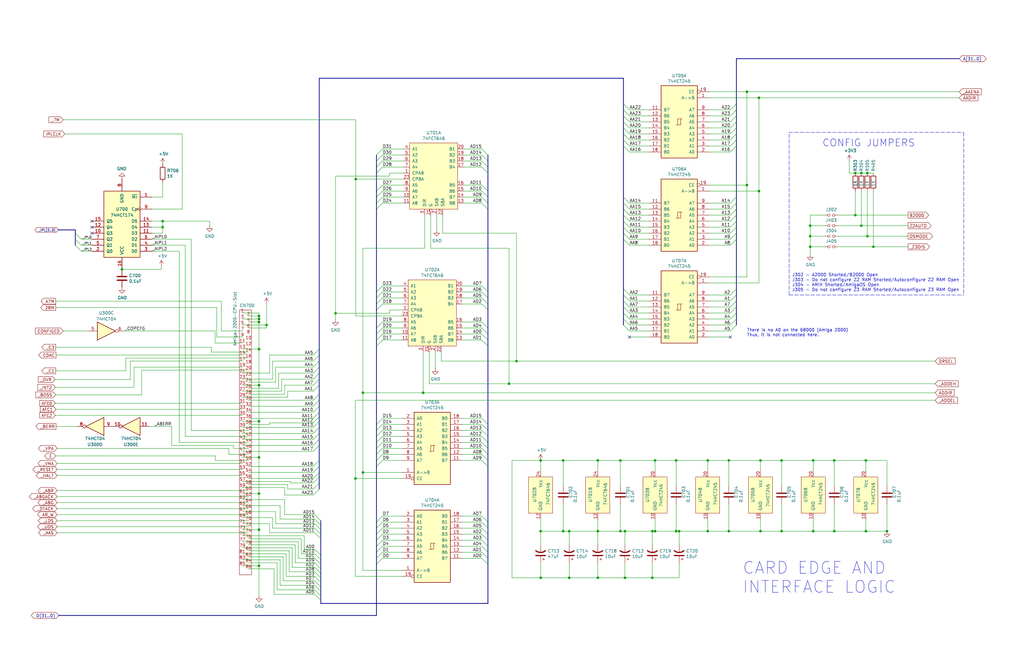
<source format=kicad_sch>
(kicad_sch (version 20211123) (generator eeschema)
  (paper "B")
  (title_block (title "Amiga N2630") (date "2022-12-01") (rev "3.0"))
  (junction (at 276.225 194.31))
  (junction (at 109.22 133.35))
  (junction (at 285.115 224.155))
  (junction (at 214.63 161.925))
  (junction (at 217.805 152.4))
  (junction (at 263.525 224.155))
  (junction (at 112.395 137.16))
  (junction (at 109.22 193.04))
  (junction (at 314.96 78.105))
  (junction (at 368.3 104.14))
  (junction (at 341.63 99.695))
  (junction (at 285.115 194.31))
  (junction (at 51.435 113.665))
  (junction (at 365.76 99.695))
  (junction (at 275.082 243.84))
  (junction (at 109.22 238.76))
  (junction (at 227.965 243.84))
  (junction (at 320.04 41.275))
  (junction (at 237.49 224.155))
  (junction (at 365.76 73.025))
  (junction (at 329.565 224.155))
  (junction (at 329.565 194.31))
  (junction (at 342.9 224.155))
  (junction (at 286.385 224.155))
  (junction (at 341.63 95.25))
  (junction (at 342.9 194.31))
  (junction (at 153.035 165.735))
  (junction (at 360.68 90.805))
  (junction (at 276.225 224.155))
  (junction (at 178.435 165.735))
  (junction (at 307.34 194.31))
  (junction (at 252.095 194.31))
  (junction (at 307.34 224.155))
  (junction (at 363.22 73.025))
  (junction (at 374.015 224.155))
  (junction (at 109.22 177.8))
  (junction (at 141.478 132.207))
  (junction (at 261.62 194.31))
  (junction (at 252.095 243.84))
  (junction (at 263.525 243.84))
  (junction (at 365.125 194.31))
  (junction (at 360.68 73.025))
  (junction (at 109.22 208.28))
  (junction (at 363.22 95.25))
  (junction (at 149.86 201.93))
  (junction (at 237.49 194.31))
  (junction (at 275.082 224.155))
  (junction (at 227.965 224.155))
  (junction (at 320.04 80.645))
  (junction (at 109.22 223.52))
  (junction (at 227.965 194.31))
  (junction (at 320.675 224.155))
  (junction (at 109.22 135.89))
  (junction (at 240.03 224.155))
  (junction (at 298.45 194.31))
  (junction (at 68.58 93.345))
  (junction (at 240.03 243.84))
  (junction (at 149.987 75.565))
  (junction (at 261.62 224.155))
  (junction (at 351.79 194.31))
  (junction (at 109.22 147.32))
  (junction (at 341.63 104.14))
  (junction (at 314.96 38.735))
  (junction (at 351.79 224.155))
  (junction (at 109.22 134.62))
  (junction (at 109.22 162.56))
  (junction (at 320.675 194.31))
  (junction (at 153.035 199.39))
  (junction (at 252.095 224.155))
  (junction (at 68.58 95.885))
  (junction (at 365.125 224.155))
  (junction (at 298.45 224.155))
  (no_connect (at 265.43 142.24))
  (no_connect (at 38.735 98.425))
  (no_connect (at 38.735 93.345))
  (no_connect (at 38.735 95.885))
  (no_connect (at 307.975 142.24))
  (bus_entry (at 265.43 98.425) (size -2.54 -2.54))
  (bus_entry (at 132.08 187.96) (size 2.54 -2.54))
  (bus_entry (at 203.2 227.965) (size 2.54 2.54))
  (bus_entry (at 132.715 241.3) (size 2.54 2.54))
  (bus_entry (at 132.715 239.395) (size 2.54 2.54))
  (bus_entry (at 132.715 237.49) (size 2.54 2.54))
  (bus_entry (at 132.715 250.825) (size 2.54 2.54))
  (bus_entry (at 132.715 248.92) (size 2.54 2.54))
  (bus_entry (at 132.715 247.015) (size 2.54 2.54))
  (bus_entry (at 132.715 245.11) (size 2.54 2.54))
  (bus_entry (at 132.715 243.205) (size 2.54 2.54))
  (bus_entry (at 132.715 235.585) (size 2.54 2.54))
  (bus_entry (at 265.43 139.7) (size -2.54 -2.54))
  (bus_entry (at 161.29 125.73) (size -2.54 2.54))
  (bus_entry (at 307.975 95.885) (size 2.54 -2.54))
  (bus_entry (at 307.975 124.46) (size 2.54 -2.54))
  (bus_entry (at 132.08 190.5) (size 2.54 -2.54))
  (bus_entry (at 307.975 127) (size 2.54 -2.54))
  (bus_entry (at 307.975 53.975) (size 2.54 -2.54))
  (bus_entry (at 203.2 230.505) (size 2.54 2.54))
  (bus_entry (at 265.43 100.965) (size -2.54 -2.54))
  (bus_entry (at 265.43 137.16) (size -2.54 -2.54))
  (bus_entry (at 161.29 181.61) (size -2.54 2.54))
  (bus_entry (at 307.975 59.055) (size 2.54 -2.54))
  (bus_entry (at 203.2 233.045) (size 2.54 2.54))
  (bus_entry (at 161.29 220.345) (size -2.54 2.54))
  (bus_entry (at 265.43 64.135) (size -2.54 -2.54))
  (bus_entry (at 34.29 106.045) (size -2.54 -2.54))
  (bus_entry (at 203.2 189.23) (size 2.54 2.54))
  (bus_entry (at 203.2 83.185) (size 2.54 2.54))
  (bus_entry (at 161.29 230.505) (size -2.54 2.54))
  (bus_entry (at 161.29 135.89) (size -2.54 2.54))
  (bus_entry (at 265.43 48.895) (size -2.54 -2.54))
  (bus_entry (at 265.43 132.08) (size -2.54 -2.54))
  (bus_entry (at 132.08 196.85) (size 2.54 -2.54))
  (bus_entry (at 132.08 165.1) (size 2.54 -2.54))
  (bus_entry (at 132.08 162.56) (size 2.54 -2.54))
  (bus_entry (at 132.08 160.02) (size 2.54 -2.54))
  (bus_entry (at 132.08 157.48) (size 2.54 -2.54))
  (bus_entry (at 132.08 154.94) (size 2.54 -2.54))
  (bus_entry (at 132.08 152.4) (size 2.54 -2.54))
  (bus_entry (at 132.08 149.86) (size 2.54 -2.54))
  (bus_entry (at 203.2 65.405) (size 2.54 2.54))
  (bus_entry (at 307.975 51.435) (size 2.54 -2.54))
  (bus_entry (at 265.43 129.54) (size -2.54 -2.54))
  (bus_entry (at 161.29 235.585) (size -2.54 2.54))
  (bus_entry (at 203.2 143.51) (size 2.54 2.54))
  (bus_entry (at 203.2 181.61) (size 2.54 2.54))
  (bus_entry (at 262.89 100.965) (size 2.54 2.54))
  (bus_entry (at 265.43 90.805) (size -2.54 -2.54))
  (bus_entry (at 34.29 103.505) (size -2.54 -2.54))
  (bus_entry (at 203.2 70.485) (size 2.54 2.54))
  (bus_entry (at 307.975 139.7) (size 2.54 -2.54))
  (bus_entry (at 203.2 222.885) (size 2.54 2.54))
  (bus_entry (at 132.08 173.99) (size 2.54 -2.54))
  (bus_entry (at 203.2 179.07) (size 2.54 2.54))
  (bus_entry (at 161.29 80.645) (size -2.54 2.54))
  (bus_entry (at 265.43 53.975) (size -2.54 -2.54))
  (bus_entry (at 34.29 100.965) (size -2.54 -2.54))
  (bus_entry (at 203.2 62.865) (size 2.54 2.54))
  (bus_entry (at 161.29 222.885) (size -2.54 2.54))
  (bus_entry (at 203.2 220.345) (size 2.54 2.54))
  (bus_entry (at 161.29 179.07) (size -2.54 2.54))
  (bus_entry (at 132.715 233.68) (size 2.54 2.54))
  (bus_entry (at 132.715 231.775) (size 2.54 2.54))
  (bus_entry (at 132.715 224.79) (size 2.54 2.54))
  (bus_entry (at 132.715 222.885) (size 2.54 2.54))
  (bus_entry (at 132.715 220.98) (size 2.54 2.54))
  (bus_entry (at 132.715 219.075) (size 2.54 2.54))
  (bus_entry (at 132.715 217.17) (size 2.54 2.54))
  (bus_entry (at 161.29 176.53) (size -2.54 2.54))
  (bus_entry (at 132.08 185.42) (size 2.54 -2.54))
  (bus_entry (at 307.975 98.425) (size 2.54 -2.54))
  (bus_entry (at 203.2 191.77) (size 2.54 2.54))
  (bus_entry (at 307.975 100.965) (size 2.54 -2.54))
  (bus_entry (at 307.975 93.345) (size 2.54 -2.54))
  (bus_entry (at 203.2 138.43) (size 2.54 2.54))
  (bus_entry (at 265.43 124.46) (size -2.54 -2.54))
  (bus_entry (at 307.975 46.355) (size 2.54 -2.54))
  (bus_entry (at 307.975 90.805) (size 2.54 -2.54))
  (bus_entry (at 307.975 103.505) (size 2.54 -2.54))
  (bus_entry (at 161.29 233.045) (size -2.54 2.54))
  (bus_entry (at 203.2 128.27) (size 2.54 2.54))
  (bus_entry (at 307.975 56.515) (size 2.54 -2.54))
  (bus_entry (at 203.2 123.19) (size 2.54 2.54))
  (bus_entry (at 203.2 140.97) (size 2.54 2.54))
  (bus_entry (at 265.43 59.055) (size -2.54 -2.54))
  (bus_entry (at 161.29 140.97) (size -2.54 2.54))
  (bus_entry (at 132.08 201.93) (size 2.54 -2.54))
  (bus_entry (at 161.29 85.725) (size -2.54 2.54))
  (bus_entry (at 161.29 186.69) (size -2.54 2.54))
  (bus_entry (at 132.08 182.88) (size 2.54 -2.54))
  (bus_entry (at 203.2 176.53) (size 2.54 2.54))
  (bus_entry (at 161.29 143.51) (size -2.54 2.54))
  (bus_entry (at 132.08 178.435) (size 2.54 -2.54))
  (bus_entry (at 203.2 80.645) (size 2.54 2.54))
  (bus_entry (at 161.29 83.185) (size -2.54 2.54))
  (bus_entry (at 265.43 134.62) (size -2.54 -2.54))
  (bus_entry (at 161.29 194.31) (size -2.54 2.54))
  (bus_entry (at 265.43 95.885) (size -2.54 -2.54))
  (bus_entry (at 265.43 88.265) (size -2.54 -2.54))
  (bus_entry (at 132.08 199.39) (size 2.54 -2.54))
  (bus_entry (at 203.2 120.65) (size 2.54 2.54))
  (bus_entry (at 161.29 123.19) (size -2.54 2.54))
  (bus_entry (at 265.43 85.725) (size -2.54 -2.54))
  (bus_entry (at 132.08 171.45) (size 2.54 -2.54))
  (bus_entry (at 161.29 225.425) (size -2.54 2.54))
  (bus_entry (at 161.29 138.43) (size -2.54 2.54))
  (bus_entry (at 161.29 67.945) (size -2.54 2.54))
  (bus_entry (at 203.2 186.69) (size 2.54 2.54))
  (bus_entry (at 132.08 176.53) (size 2.54 -2.54))
  (bus_entry (at 307.975 129.54) (size 2.54 -2.54))
  (bus_entry (at 161.29 128.27) (size -2.54 2.54))
  (bus_entry (at 161.29 227.965) (size -2.54 2.54))
  (bus_entry (at 265.43 127) (size -2.54 -2.54))
  (bus_entry (at 161.29 184.15) (size -2.54 2.54))
  (bus_entry (at 265.43 51.435) (size -2.54 -2.54))
  (bus_entry (at 203.2 125.73) (size 2.54 2.54))
  (bus_entry (at 203.2 85.725) (size 2.54 2.54))
  (bus_entry (at 307.975 137.16) (size 2.54 -2.54))
  (bus_entry (at 132.08 168.91) (size 2.54 -2.54))
  (bus_entry (at 203.2 135.89) (size 2.54 2.54))
  (bus_entry (at 161.29 189.23) (size -2.54 2.54))
  (bus_entry (at 161.29 78.105) (size -2.54 2.54))
  (bus_entry (at 132.08 180.34) (size 2.54 -2.54))
  (bus_entry (at 161.29 65.405) (size -2.54 2.54))
  (bus_entry (at 307.975 64.135) (size 2.54 -2.54))
  (bus_entry (at 203.2 67.945) (size 2.54 2.54))
  (bus_entry (at 203.2 194.31) (size 2.54 2.54))
  (bus_entry (at 265.43 93.345) (size -2.54 -2.54))
  (bus_entry (at 307.975 88.265) (size 2.54 -2.54))
  (bus_entry (at 203.2 184.15) (size 2.54 2.54))
  (bus_entry (at 307.975 48.895) (size 2.54 -2.54))
  (bus_entry (at 132.08 208.915) (size 2.54 -2.54))
  (bus_entry (at 132.08 203.835) (size 2.54 -2.54))
  (bus_entry (at 132.08 206.375) (size 2.54 -2.54))
  (bus_entry (at 161.29 191.77) (size -2.54 2.54))
  (bus_entry (at 203.2 217.805) (size 2.54 2.54))
  (bus_entry (at 307.975 85.725) (size 2.54 -2.54))
  (bus_entry (at 158.75 123.19) (size 2.54 -2.54))
  (bus_entry (at 203.2 235.585) (size 2.54 2.54))
  (bus_entry (at 158.75 65.405) (size 2.54 -2.54))
  (bus_entry (at 161.29 217.805) (size -2.54 2.54))
  (bus_entry (at 265.43 61.595) (size -2.54 -2.54))
  (bus_entry (at 203.2 78.105) (size 2.54 2.54))
  (bus_entry (at 265.43 56.515) (size -2.54 -2.54))
  (bus_entry (at 307.975 61.595) (size 2.54 -2.54))
  (bus_entry (at 265.43 46.355) (size -2.54 -2.54))
  (bus_entry (at 307.975 134.62) (size 2.54 -2.54))
  (bus_entry (at 307.975 132.08) (size 2.54 -2.54))
  (bus_entry (at 203.2 225.425) (size 2.54 2.54))
  (bus_entry (at 161.29 70.485) (size -2.54 2.54))
  (wire (pts (xy 273.685 142.24) (xy 265.43 142.24)))
  (bus (pts (xy 205.74 194.31) (xy 205.74 196.85)))
  (bus (pts (xy 134.62 154.94) (xy 134.62 157.48)))
  (wire (pts (xy 120.015 162.56) (xy 120.015 166.37)))
  (wire (pts (xy 113.665 220.98) (xy 113.665 224.79)))
  (wire (pts (xy 273.685 95.885) (xy 265.43 95.885)))
  (wire (pts (xy 102.235 167.64) (xy 121.285 167.64)))
  (wire (pts (xy 374.015 194.31) (xy 374.015 205.105)))
  (wire (pts (xy 102.235 231.14) (xy 123.19 231.14)))
  (wire (pts (xy 96.52 189.23) (xy 24.13 189.23)))
  (bus (pts (xy 205.74 88.265) (xy 205.74 123.19)))
  (wire (pts (xy 169.545 140.97) (xy 161.29 140.97)))
  (wire (pts (xy 194.945 184.15) (xy 203.2 184.15)))
  (wire (pts (xy 263.525 243.84) (xy 275.082 243.84)))
  (bus (pts (xy 158.75 80.645) (xy 158.75 83.185)))
  (bus (pts (xy 262.89 129.54) (xy 262.89 132.08)))
  (wire (pts (xy 121.92 241.3) (xy 132.715 241.3)))
  (wire (pts (xy 128.27 226.06) (xy 128.27 231.775)))
  (bus (pts (xy 158.75 235.585) (xy 158.75 238.125)))
  (wire (pts (xy 104.775 138.43) (xy 112.395 138.43)))
  (wire (pts (xy 194.945 227.965) (xy 203.2 227.965)))
  (bus (pts (xy 135.255 223.52) (xy 135.255 225.425)))
  (wire (pts (xy 169.545 143.51) (xy 161.29 143.51)))
  (wire (pts (xy 26.67 139.7) (xy 37.211 139.7)))
  (wire (pts (xy 286.385 229.87) (xy 286.385 224.155)))
  (wire (pts (xy 104.775 156.21) (xy 59.69 156.21)))
  (bus (pts (xy 135.255 240.03) (xy 135.255 241.935)))
  (bus (pts (xy 262.89 98.425) (xy 262.89 100.965)))
  (wire (pts (xy 109.22 132.08) (xy 109.22 133.35)))
  (wire (pts (xy 104.775 173.99) (xy 132.08 173.99)))
  (wire (pts (xy 52.451 139.7) (xy 90.678 139.7)))
  (wire (pts (xy 365.125 198.755) (xy 365.125 194.31)))
  (wire (pts (xy 102.235 132.08) (xy 109.22 132.08)))
  (wire (pts (xy 153.035 199.39) (xy 153.035 240.665)))
  (wire (pts (xy 90.805 194.31) (xy 90.805 192.405)))
  (wire (pts (xy 273.685 88.265) (xy 265.43 88.265)))
  (wire (pts (xy 299.085 85.725) (xy 307.975 85.725)))
  (wire (pts (xy 320.675 194.31) (xy 329.565 194.31)))
  (wire (pts (xy 149.86 243.205) (xy 169.545 243.205)))
  (wire (pts (xy 89.154 146.558) (xy 89.154 148.59)))
  (wire (pts (xy 78.105 103.505) (xy 78.105 184.15)))
  (wire (pts (xy 112.395 137.16) (xy 112.395 128.27)))
  (wire (pts (xy 227.965 194.31) (xy 237.49 194.31)))
  (wire (pts (xy 299.085 53.975) (xy 307.975 53.975)))
  (wire (pts (xy 27.305 56.515) (xy 76.835 56.515)))
  (wire (pts (xy 276.225 194.31) (xy 285.115 194.31)))
  (wire (pts (xy 347.98 104.14) (xy 341.63 104.14)))
  (wire (pts (xy 276.225 198.755) (xy 276.225 194.31)))
  (wire (pts (xy 286.385 243.84) (xy 286.385 237.49)))
  (bus (pts (xy 134.62 177.8) (xy 134.62 180.34)))
  (bus (pts (xy 262.89 90.805) (xy 262.89 93.345)))
  (wire (pts (xy 102.235 149.86) (xy 23.622 149.86)))
  (wire (pts (xy 341.63 90.805) (xy 341.63 95.25)))
  (wire (pts (xy 102.235 187.96) (xy 132.08 187.96)))
  (wire (pts (xy 169.545 191.77) (xy 161.29 191.77)))
  (wire (pts (xy 169.545 179.07) (xy 161.29 179.07)))
  (wire (pts (xy 153.035 240.665) (xy 169.545 240.665)))
  (bus (pts (xy 310.515 53.975) (xy 310.515 56.515)))
  (wire (pts (xy 363.22 95.25) (xy 382.905 95.25)))
  (wire (pts (xy 102.235 198.12) (xy 24.13 198.12)))
  (bus (pts (xy 205.74 179.07) (xy 205.74 181.61)))
  (wire (pts (xy 102.235 236.22) (xy 118.11 236.22)))
  (bus (pts (xy 310.515 51.435) (xy 310.515 53.975)))
  (wire (pts (xy 169.545 189.23) (xy 161.29 189.23)))
  (wire (pts (xy 104.775 191.77) (xy 96.52 191.77)))
  (wire (pts (xy 104.775 196.85) (xy 132.08 196.85)))
  (wire (pts (xy 120.015 217.17) (xy 132.715 217.17)))
  (wire (pts (xy 195.58 70.485) (xy 203.2 70.485)))
  (wire (pts (xy 194.945 194.31) (xy 203.2 194.31)))
  (wire (pts (xy 170.18 70.485) (xy 161.29 70.485)))
  (bus (pts (xy 134.62 152.4) (xy 134.62 154.94)))
  (wire (pts (xy 217.805 152.4) (xy 394.335 152.4)))
  (wire (pts (xy 341.63 104.14) (xy 341.63 107.315)))
  (wire (pts (xy 113.665 157.48) (xy 113.665 149.86)))
  (wire (pts (xy 104.775 184.15) (xy 78.105 184.15)))
  (bus (pts (xy 134.62 33.02) (xy 134.62 147.32)))
  (wire (pts (xy 169.545 186.69) (xy 161.29 186.69)))
  (wire (pts (xy 314.96 38.735) (xy 299.085 38.735)))
  (bus (pts (xy 205.74 140.97) (xy 205.74 143.51)))
  (wire (pts (xy 169.545 220.345) (xy 161.29 220.345)))
  (bus (pts (xy 262.89 95.885) (xy 262.89 98.425)))
  (wire (pts (xy 194.945 143.51) (xy 203.2 143.51)))
  (bus (pts (xy 310.515 95.885) (xy 310.515 98.425)))
  (wire (pts (xy 109.22 208.28) (xy 109.22 223.52)))
  (wire (pts (xy 149.86 201.93) (xy 149.86 243.205)))
  (bus (pts (xy 158.75 233.045) (xy 158.75 235.585)))
  (wire (pts (xy 118.11 219.075) (xy 132.715 219.075)))
  (wire (pts (xy 56.515 163.449) (xy 56.515 154.94)))
  (bus (pts (xy 262.89 85.725) (xy 262.89 88.265)))
  (wire (pts (xy 170.18 65.405) (xy 161.29 65.405)))
  (bus (pts (xy 31.75 98.425) (xy 31.75 100.965)))
  (wire (pts (xy 102.235 152.4) (xy 54.991 152.4)))
  (wire (pts (xy 341.63 95.25) (xy 341.63 99.695)))
  (wire (pts (xy 194.945 176.53) (xy 203.2 176.53)))
  (bus (pts (xy 205.74 85.725) (xy 205.74 88.265)))
  (wire (pts (xy 353.06 104.14) (xy 368.3 104.14)))
  (bus (pts (xy 134.62 166.37) (xy 134.62 168.91)))
  (wire (pts (xy 342.9 198.755) (xy 342.9 194.31)))
  (wire (pts (xy 109.22 193.04) (xy 109.22 208.28)))
  (wire (pts (xy 113.665 224.79) (xy 132.715 224.79)))
  (wire (pts (xy 347.98 99.695) (xy 341.63 99.695)))
  (bus (pts (xy 134.62 199.39) (xy 134.62 201.295)))
  (wire (pts (xy 104.775 217.17) (xy 24.13 217.17)))
  (wire (pts (xy 104.775 148.59) (xy 89.154 148.59)))
  (wire (pts (xy 102.235 180.34) (xy 132.08 180.34)))
  (wire (pts (xy 178.435 165.735) (xy 153.035 165.735)))
  (bus (pts (xy 262.89 51.435) (xy 262.89 53.975)))
  (bus (pts (xy 310.515 43.815) (xy 310.515 46.355)))
  (bus (pts (xy 310.515 129.54) (xy 310.515 132.08)))
  (bus (pts (xy 135.255 245.745) (xy 135.255 247.65)))
  (bus (pts (xy 262.89 33.02) (xy 134.62 33.02)))
  (wire (pts (xy 178.435 165.735) (xy 178.435 148.59)))
  (bus (pts (xy 158.75 70.485) (xy 158.75 73.025)))
  (wire (pts (xy 273.685 56.515) (xy 265.43 56.515)))
  (wire (pts (xy 299.085 132.08) (xy 307.975 132.08)))
  (wire (pts (xy 122.555 203.2) (xy 122.555 203.835)))
  (bus (pts (xy 158.75 138.43) (xy 158.75 140.97)))
  (wire (pts (xy 23.622 172.72) (xy 102.235 172.72)))
  (wire (pts (xy 64.135 98.425) (xy 68.58 98.425)))
  (wire (pts (xy 285.115 224.155) (xy 286.385 224.155)))
  (wire (pts (xy 314.96 78.105) (xy 314.96 38.735)))
  (wire (pts (xy 109.22 162.56) (xy 109.22 177.8)))
  (wire (pts (xy 104.775 135.89) (xy 109.22 135.89)))
  (wire (pts (xy 68.58 95.885) (xy 68.58 98.425)))
  (bus (pts (xy 205.74 146.05) (xy 205.74 179.07)))
  (bus (pts (xy 158.75 128.27) (xy 158.75 130.81)))
  (wire (pts (xy 170.18 62.865) (xy 161.29 62.865)))
  (bus (pts (xy 31.75 97.028) (xy 31.75 98.425)))
  (wire (pts (xy 169.545 230.505) (xy 161.29 230.505)))
  (wire (pts (xy 307.975 142.24) (xy 299.085 142.24)))
  (wire (pts (xy 102.235 165.1) (xy 118.745 165.1)))
  (bus (pts (xy 158.75 196.85) (xy 158.75 220.345)))
  (wire (pts (xy 118.11 247.015) (xy 132.715 247.015)))
  (bus (pts (xy 158.75 186.69) (xy 158.75 189.23)))
  (bus (pts (xy 205.74 67.945) (xy 205.74 70.485)))
  (wire (pts (xy 88.392 93.345) (xy 88.392 95.25)))
  (wire (pts (xy 102.235 142.24) (xy 91.44 142.24)))
  (wire (pts (xy 120.015 208.915) (xy 132.08 208.915)))
  (wire (pts (xy 102.235 220.98) (xy 113.665 220.98)))
  (wire (pts (xy 104.775 201.93) (xy 132.08 201.93)))
  (wire (pts (xy 273.685 61.595) (xy 265.43 61.595)))
  (wire (pts (xy 273.685 85.725) (xy 265.43 85.725)))
  (wire (pts (xy 104.775 207.01) (xy 24.13 207.01)))
  (bus (pts (xy 158.75 227.965) (xy 158.75 230.505)))
  (wire (pts (xy 320.04 41.275) (xy 299.085 41.275)))
  (bus (pts (xy 205.74 225.425) (xy 205.74 227.965)))
  (wire (pts (xy 23.241 160.147) (xy 54.991 160.147)))
  (wire (pts (xy 365.76 73.025) (xy 368.3 73.025)))
  (wire (pts (xy 299.085 98.425) (xy 307.975 98.425)))
  (wire (pts (xy 368.3 80.645) (xy 368.3 104.14)))
  (wire (pts (xy 124.46 237.49) (xy 132.715 237.49)))
  (wire (pts (xy 115.57 240.03) (xy 115.57 250.825)))
  (bus (pts (xy 135.255 221.615) (xy 135.255 223.52)))
  (wire (pts (xy 109.22 133.35) (xy 109.22 134.62)))
  (bus (pts (xy 134.62 175.895) (xy 134.62 177.8)))
  (bus (pts (xy 134.62 180.34) (xy 134.62 182.88)))
  (wire (pts (xy 102.235 193.04) (xy 109.22 193.04)))
  (wire (pts (xy 273.685 51.435) (xy 265.43 51.435)))
  (bus (pts (xy 262.89 121.92) (xy 262.89 124.46)))
  (wire (pts (xy 122.555 203.835) (xy 132.08 203.835)))
  (wire (pts (xy 59.69 166.624) (xy 59.69 156.21)))
  (bus (pts (xy 158.75 67.945) (xy 158.75 70.485)))
  (wire (pts (xy 299.085 100.965) (xy 307.975 100.965)))
  (wire (pts (xy 51.435 113.665) (xy 68.072 113.665)))
  (bus (pts (xy 205.74 184.15) (xy 205.74 186.69)))
  (wire (pts (xy 102.235 144.78) (xy 90.678 144.78)))
  (wire (pts (xy 169.545 130.81) (xy 164.338 130.81)))
  (wire (pts (xy 109.22 135.89) (xy 109.22 147.32)))
  (bus (pts (xy 158.75 189.23) (xy 158.75 191.77)))
  (wire (pts (xy 320.675 198.755) (xy 320.675 194.31)))
  (wire (pts (xy 68.58 83.185) (xy 64.135 83.185)))
  (wire (pts (xy 195.58 80.645) (xy 203.2 80.645)))
  (bus (pts (xy 158.75 220.345) (xy 158.75 222.885)))
  (wire (pts (xy 53.086 151.13) (xy 53.086 156.464)))
  (wire (pts (xy 169.545 184.15) (xy 161.29 184.15)))
  (wire (pts (xy 351.79 194.31) (xy 365.125 194.31)))
  (wire (pts (xy 120.015 205.74) (xy 120.015 208.915)))
  (bus (pts (xy 135.255 219.71) (xy 135.255 221.615)))
  (bus (pts (xy 310.515 61.595) (xy 310.515 83.185)))
  (wire (pts (xy 252.095 224.155) (xy 261.62 224.155)))
  (wire (pts (xy 194.945 181.61) (xy 203.2 181.61)))
  (wire (pts (xy 102.235 203.2) (xy 122.555 203.2)))
  (bus (pts (xy 135.255 247.65) (xy 135.255 249.555)))
  (wire (pts (xy 195.58 83.185) (xy 203.2 83.185)))
  (bus (pts (xy 310.515 134.62) (xy 310.515 137.16)))
  (bus (pts (xy 158.75 191.77) (xy 158.75 194.31)))
  (wire (pts (xy 132.08 178.435) (xy 113.665 178.435)))
  (wire (pts (xy 299.085 93.345) (xy 307.975 93.345)))
  (wire (pts (xy 102.235 182.88) (xy 132.08 182.88)))
  (wire (pts (xy 214.63 161.925) (xy 180.975 161.925)))
  (wire (pts (xy 240.03 229.87) (xy 240.03 224.155)))
  (wire (pts (xy 299.085 78.105) (xy 314.96 78.105)))
  (wire (pts (xy 347.98 95.25) (xy 341.63 95.25)))
  (wire (pts (xy 169.545 176.53) (xy 161.29 176.53)))
  (wire (pts (xy 102.235 137.16) (xy 112.395 137.16)))
  (wire (pts (xy 116.205 220.98) (xy 132.715 220.98)))
  (bus (pts (xy 135.255 251.46) (xy 135.255 253.365)))
  (wire (pts (xy 170.18 78.105) (xy 161.29 78.105)))
  (wire (pts (xy 194.945 191.77) (xy 203.2 191.77)))
  (wire (pts (xy 299.085 56.515) (xy 307.975 56.515)))
  (wire (pts (xy 102.235 205.74) (xy 120.015 205.74)))
  (wire (pts (xy 195.58 85.725) (xy 203.2 85.725)))
  (wire (pts (xy 38.735 103.505) (xy 34.29 103.505)))
  (wire (pts (xy 261.62 194.31) (xy 276.225 194.31)))
  (wire (pts (xy 374.015 224.155) (xy 374.015 212.725)))
  (wire (pts (xy 153.035 165.735) (xy 153.035 104.775)))
  (bus (pts (xy 310.515 127) (xy 310.515 129.54)))
  (wire (pts (xy 64.135 93.345) (xy 68.58 93.345)))
  (wire (pts (xy 237.49 224.155) (xy 240.03 224.155)))
  (wire (pts (xy 102.235 134.62) (xy 109.22 134.62)))
  (wire (pts (xy 194.945 220.345) (xy 203.2 220.345)))
  (wire (pts (xy 320.04 80.645) (xy 320.04 41.275)))
  (wire (pts (xy 64.135 95.885) (xy 68.58 95.885)))
  (wire (pts (xy 181.61 104.775) (xy 214.63 104.775)))
  (wire (pts (xy 217.805 152.4) (xy 186.055 152.4)))
  (wire (pts (xy 102.235 228.6) (xy 125.73 228.6)))
  (wire (pts (xy 102.235 226.06) (xy 128.27 226.06)))
  (wire (pts (xy 102.235 195.58) (xy 24.13 195.58)))
  (wire (pts (xy 164.338 130.81) (xy 164.338 132.207)))
  (wire (pts (xy 169.545 225.425) (xy 161.29 225.425)))
  (bus (pts (xy 135.255 236.22) (xy 135.255 238.125)))
  (wire (pts (xy 104.775 161.29) (xy 116.205 161.29)))
  (wire (pts (xy 116.205 215.9) (xy 116.205 220.98)))
  (bus (pts (xy 310.515 121.92) (xy 310.515 124.46)))
  (wire (pts (xy 351.79 224.155) (xy 365.125 224.155)))
  (wire (pts (xy 299.085 124.46) (xy 307.975 124.46)))
  (bus (pts (xy 134.62 201.295) (xy 134.62 203.835)))
  (wire (pts (xy 121.92 232.41) (xy 121.92 241.3)))
  (bus (pts (xy 205.74 80.645) (xy 205.74 83.185)))
  (wire (pts (xy 104.775 212.09) (xy 24.13 212.09)))
  (wire (pts (xy 169.545 135.89) (xy 161.29 135.89)))
  (bus (pts (xy 134.62 203.835) (xy 134.62 206.375)))
  (bus (pts (xy 205.74 70.485) (xy 205.74 73.025)))
  (bus (pts (xy 262.89 88.265) (xy 262.89 90.805)))
  (wire (pts (xy 320.675 224.155) (xy 329.565 224.155)))
  (wire (pts (xy 252.095 198.755) (xy 252.095 194.31)))
  (wire (pts (xy 195.58 67.945) (xy 203.2 67.945)))
  (bus (pts (xy 262.89 33.02) (xy 262.89 43.815)))
  (wire (pts (xy 102.235 157.48) (xy 113.665 157.48)))
  (wire (pts (xy 116.84 237.49) (xy 116.84 248.92)))
  (wire (pts (xy 120.015 210.82) (xy 120.015 217.17)))
  (bus (pts (xy 158.75 140.97) (xy 158.75 143.51)))
  (wire (pts (xy 169.545 222.885) (xy 161.29 222.885)))
  (wire (pts (xy 23.368 175.26) (xy 102.235 175.26)))
  (wire (pts (xy 109.22 177.8) (xy 109.22 193.04)))
  (wire (pts (xy 314.96 116.84) (xy 314.96 78.105)))
  (bus (pts (xy 262.89 93.345) (xy 262.89 95.885)))
  (wire (pts (xy 240.03 243.84) (xy 252.095 243.84)))
  (bus (pts (xy 158.75 83.185) (xy 158.75 85.725)))
  (bus (pts (xy 310.515 85.725) (xy 310.515 88.265)))
  (bus (pts (xy 205.74 235.585) (xy 205.74 238.125)))
  (wire (pts (xy 104.775 224.79) (xy 24.13 224.79)))
  (wire (pts (xy 320.675 219.075) (xy 320.675 224.155)))
  (wire (pts (xy 263.525 224.155) (xy 275.082 224.155)))
  (wire (pts (xy 72.39 179.959) (xy 72.39 187.96)))
  (wire (pts (xy 240.03 224.155) (xy 252.095 224.155)))
  (wire (pts (xy 329.565 194.31) (xy 342.9 194.31)))
  (bus (pts (xy 205.74 220.345) (xy 205.74 222.885)))
  (wire (pts (xy 119.38 245.11) (xy 132.715 245.11)))
  (wire (pts (xy 118.11 213.36) (xy 118.11 219.075)))
  (wire (pts (xy 104.775 209.55) (xy 24.13 209.55)))
  (wire (pts (xy 102.235 162.56) (xy 109.22 162.56)))
  (wire (pts (xy 113.665 178.435) (xy 113.665 179.07)))
  (wire (pts (xy 298.45 194.31) (xy 307.34 194.31)))
  (wire (pts (xy 194.945 189.23) (xy 203.2 189.23)))
  (bus (pts (xy 310.515 59.055) (xy 310.515 61.595)))
  (wire (pts (xy 132.08 165.1) (xy 121.285 165.1)))
  (bus (pts (xy 205.74 73.025) (xy 205.74 80.645)))
  (wire (pts (xy 26.67 50.546) (xy 149.987 50.546)))
  (wire (pts (xy 298.45 219.075) (xy 298.45 224.155)))
  (wire (pts (xy 186.055 152.4) (xy 186.055 148.59)))
  (wire (pts (xy 194.945 235.585) (xy 203.2 235.585)))
  (wire (pts (xy 104.775 227.33) (xy 127 227.33)))
  (wire (pts (xy 23.495 166.624) (xy 59.69 166.624)))
  (wire (pts (xy 149.987 50.546) (xy 149.987 75.565)))
  (bus (pts (xy 310.515 83.185) (xy 310.515 85.725)))
  (wire (pts (xy 169.545 125.73) (xy 161.29 125.73)))
  (wire (pts (xy 273.685 53.975) (xy 265.43 53.975)))
  (wire (pts (xy 299.085 103.505) (xy 307.975 103.505)))
  (wire (pts (xy 320.04 41.275) (xy 404.495 41.275)))
  (bus (pts (xy 134.62 194.31) (xy 134.62 196.85)))
  (wire (pts (xy 141.478 74.295) (xy 164.211 74.295)))
  (wire (pts (xy 299.085 61.595) (xy 307.975 61.595)))
  (wire (pts (xy 307.34 212.725) (xy 307.34 224.155)))
  (wire (pts (xy 104.775 199.39) (xy 132.08 199.39)))
  (wire (pts (xy 275.082 224.155) (xy 276.225 224.155)))
  (wire (pts (xy 365.76 99.695) (xy 382.905 99.695)))
  (wire (pts (xy 273.685 59.055) (xy 265.43 59.055)))
  (wire (pts (xy 273.685 139.7) (xy 265.43 139.7)))
  (wire (pts (xy 261.62 205.105) (xy 261.62 194.31)))
  (bus (pts (xy 205.74 65.405) (xy 205.74 67.945)))
  (bus (pts (xy 310.515 88.265) (xy 310.515 90.805)))
  (wire (pts (xy 149.987 75.565) (xy 170.18 75.565)))
  (wire (pts (xy 351.79 205.105) (xy 351.79 194.31)))
  (wire (pts (xy 102.235 238.76) (xy 109.22 238.76)))
  (bus (pts (xy 262.89 124.46) (xy 262.89 127)))
  (bus (pts (xy 135.255 241.935) (xy 135.255 243.84)))
  (wire (pts (xy 286.385 224.155) (xy 298.45 224.155)))
  (wire (pts (xy 215.9 194.31) (xy 227.965 194.31)))
  (wire (pts (xy 68.072 112.395) (xy 68.072 113.665)))
  (wire (pts (xy 104.775 214.63) (xy 24.13 214.63)))
  (wire (pts (xy 195.58 78.105) (xy 203.2 78.105)))
  (wire (pts (xy 68.58 93.345) (xy 68.58 95.885)))
  (wire (pts (xy 273.685 132.08) (xy 265.43 132.08)))
  (bus (pts (xy 205.74 196.85) (xy 205.74 220.345)))
  (wire (pts (xy 169.545 217.805) (xy 161.29 217.805)))
  (wire (pts (xy 127 233.68) (xy 132.715 233.68)))
  (wire (pts (xy 104.775 229.87) (xy 124.46 229.87)))
  (wire (pts (xy 102.235 215.9) (xy 116.205 215.9)))
  (wire (pts (xy 169.545 199.39) (xy 153.035 199.39)))
  (wire (pts (xy 123.19 239.395) (xy 132.715 239.395)))
  (bus (pts (xy 134.62 171.45) (xy 134.62 173.99)))
  (wire (pts (xy 195.58 62.865) (xy 203.2 62.865)))
  (wire (pts (xy 118.745 160.02) (xy 118.745 165.1)))
  (wire (pts (xy 90.805 192.405) (xy 23.495 192.405)))
  (bus (pts (xy 205.74 143.51) (xy 205.74 146.05)))
  (wire (pts (xy 169.545 123.19) (xy 161.29 123.19)))
  (wire (pts (xy 23.495 129.794) (xy 91.44 129.794)))
  (wire (pts (xy 217.805 98.425) (xy 217.805 152.4)))
  (bus (pts (xy 158.75 85.725) (xy 158.75 88.265)))
  (wire (pts (xy 275.082 243.84) (xy 286.385 243.84)))
  (wire (pts (xy 227.965 198.755) (xy 227.965 194.31)))
  (wire (pts (xy 170.18 83.185) (xy 161.29 83.185)))
  (bus (pts (xy 262.89 56.515) (xy 262.89 59.055)))
  (wire (pts (xy 109.22 147.32) (xy 109.22 162.56)))
  (wire (pts (xy 38.735 106.045) (xy 34.29 106.045)))
  (wire (pts (xy 227.965 229.87) (xy 227.965 224.155)))
  (wire (pts (xy 153.035 165.735) (xy 153.035 199.39)))
  (wire (pts (xy 120.65 233.68) (xy 120.65 243.205)))
  (wire (pts (xy 342.9 219.075) (xy 342.9 224.155)))
  (wire (pts (xy 353.06 95.25) (xy 363.22 95.25)))
  (bus (pts (xy 205.74 138.43) (xy 205.74 140.97)))
  (bus (pts (xy 205.74 227.965) (xy 205.74 230.505)))
  (wire (pts (xy 273.685 93.345) (xy 265.43 93.345)))
  (wire (pts (xy 117.475 157.48) (xy 117.475 163.83)))
  (wire (pts (xy 252.095 229.87) (xy 252.095 224.155)))
  (wire (pts (xy 164.211 74.295) (xy 164.211 73.025)))
  (bus (pts (xy 262.89 46.355) (xy 262.89 48.895)))
  (wire (pts (xy 23.622 179.959) (xy 32.385 179.959)))
  (wire (pts (xy 118.11 236.22) (xy 118.11 247.015)))
  (bus (pts (xy 135.255 253.365) (xy 135.255 254.635)))
  (wire (pts (xy 275.082 229.87) (xy 275.082 224.155)))
  (bus (pts (xy 158.75 65.405) (xy 158.75 67.945)))
  (bus (pts (xy 205.74 222.885) (xy 205.74 225.425)))
  (wire (pts (xy 273.685 98.425) (xy 265.43 98.425)))
  (wire (pts (xy 363.22 73.025) (xy 365.76 73.025)))
  (bus (pts (xy 158.75 259.715) (xy 24.765 259.715)))
  (wire (pts (xy 141.478 132.207) (xy 141.478 74.295)))
  (bus (pts (xy 31.75 100.965) (xy 31.75 103.505)))
  (wire (pts (xy 98.425 187.96) (xy 72.39 187.96)))
  (wire (pts (xy 358.14 73.025) (xy 360.68 73.025)))
  (wire (pts (xy 54.991 160.147) (xy 54.991 152.4)))
  (bus (pts (xy 205.74 233.045) (xy 205.74 235.585)))
  (wire (pts (xy 363.22 80.645) (xy 363.22 95.25)))
  (wire (pts (xy 276.225 224.155) (xy 285.115 224.155)))
  (wire (pts (xy 104.775 234.95) (xy 119.38 234.95)))
  (wire (pts (xy 90.678 139.7) (xy 90.678 144.78)))
  (bus (pts (xy 134.62 182.88) (xy 134.62 185.42)))
  (wire (pts (xy 102.235 200.66) (xy 24.13 200.66)))
  (wire (pts (xy 285.115 205.105) (xy 285.115 194.31)))
  (wire (pts (xy 104.775 204.47) (xy 121.285 204.47)))
  (bus (pts (xy 158.75 146.05) (xy 158.75 179.07)))
  (wire (pts (xy 299.085 127) (xy 307.975 127)))
  (bus (pts (xy 158.75 143.51) (xy 158.75 146.05)))
  (wire (pts (xy 360.68 90.805) (xy 382.905 90.805)))
  (wire (pts (xy 120.65 243.205) (xy 132.715 243.205)))
  (wire (pts (xy 299.085 46.355) (xy 307.975 46.355)))
  (wire (pts (xy 64.135 106.045) (xy 75.565 106.045)))
  (wire (pts (xy 329.565 212.725) (xy 329.565 224.155)))
  (bus (pts (xy 205.74 238.125) (xy 205.74 254.635)))
  (wire (pts (xy 186.69 90.805) (xy 186.69 98.425)))
  (wire (pts (xy 23.495 146.558) (xy 89.154 146.558)))
  (wire (pts (xy 169.545 128.27) (xy 161.29 128.27)))
  (bus (pts (xy 205.74 189.23) (xy 205.74 191.77)))
  (wire (pts (xy 299.085 80.645) (xy 320.04 80.645)))
  (wire (pts (xy 38.735 100.965) (xy 34.29 100.965)))
  (wire (pts (xy 186.69 98.425) (xy 217.805 98.425)))
  (wire (pts (xy 115.57 250.825) (xy 132.715 250.825)))
  (wire (pts (xy 121.285 206.375) (xy 132.08 206.375)))
  (wire (pts (xy 342.9 194.31) (xy 351.79 194.31)))
  (wire (pts (xy 273.685 90.805) (xy 265.43 90.805)))
  (wire (pts (xy 169.545 138.43) (xy 161.29 138.43)))
  (bus (pts (xy 310.515 98.425) (xy 310.515 100.965)))
  (bus (pts (xy 158.75 125.73) (xy 158.75 128.27)))
  (wire (pts (xy 307.34 194.31) (xy 320.675 194.31)))
  (bus (pts (xy 205.74 125.73) (xy 205.74 128.27)))
  (wire (pts (xy 104.775 189.23) (xy 98.425 189.23)))
  (bus (pts (xy 135.255 234.315) (xy 135.255 236.22)))
  (bus (pts (xy 205.74 130.81) (xy 205.74 138.43)))
  (wire (pts (xy 141.478 132.207) (xy 164.338 132.207)))
  (wire (pts (xy 119.38 234.95) (xy 119.38 245.11)))
  (wire (pts (xy 169.545 194.31) (xy 161.29 194.31)))
  (bus (pts (xy 262.89 83.185) (xy 262.89 85.725)))
  (wire (pts (xy 102.235 139.7) (xy 93.345 139.7)))
  (bus (pts (xy 134.62 149.86) (xy 134.62 152.4)))
  (wire (pts (xy 360.68 73.025) (xy 363.22 73.025)))
  (wire (pts (xy 214.63 161.925) (xy 394.335 161.925)))
  (bus (pts (xy 310.515 24.765) (xy 310.515 43.815)))
  (wire (pts (xy 276.225 219.075) (xy 276.225 224.155)))
  (wire (pts (xy 169.545 181.61) (xy 161.29 181.61)))
  (wire (pts (xy 299.085 137.16) (xy 307.975 137.16)))
  (wire (pts (xy 170.18 85.725) (xy 161.29 85.725)))
  (wire (pts (xy 104.775 219.71) (xy 24.13 219.71)))
  (wire (pts (xy 102.235 147.32) (xy 109.22 147.32)))
  (wire (pts (xy 261.62 224.155) (xy 263.525 224.155)))
  (wire (pts (xy 149.86 168.91) (xy 394.335 168.91)))
  (bus (pts (xy 158.75 123.19) (xy 158.75 125.73)))
  (wire (pts (xy 265.43 103.505) (xy 273.685 103.505)))
  (wire (pts (xy 299.085 116.84) (xy 314.96 116.84)))
  (wire (pts (xy 240.03 237.49) (xy 240.03 243.84)))
  (bus (pts (xy 158.75 184.15) (xy 158.75 186.69)))
  (wire (pts (xy 141.478 132.207) (xy 141.478 134.874)))
  (wire (pts (xy 365.76 80.645) (xy 365.76 99.695)))
  (wire (pts (xy 127 227.33) (xy 127 233.68)))
  (wire (pts (xy 194.945 186.69) (xy 203.2 186.69)))
  (wire (pts (xy 273.685 127) (xy 265.43 127)))
  (wire (pts (xy 285.115 194.31) (xy 298.45 194.31)))
  (wire (pts (xy 252.095 194.31) (xy 261.62 194.31)))
  (bus (pts (xy 134.62 162.56) (xy 134.62 166.37)))
  (wire (pts (xy 181.61 90.805) (xy 181.61 104.775)))
  (wire (pts (xy 102.235 223.52) (xy 109.22 223.52)))
  (wire (pts (xy 132.08 160.02) (xy 118.745 160.02)))
  (wire (pts (xy 299.085 119.38) (xy 320.04 119.38)))
  (bus (pts (xy 310.515 48.895) (xy 310.515 51.435)))
  (wire (pts (xy 178.435 165.735) (xy 394.335 165.735)))
  (wire (pts (xy 114.935 222.885) (xy 132.715 222.885)))
  (bus (pts (xy 24.638 97.028) (xy 31.75 97.028)))
  (wire (pts (xy 93.345 139.7) (xy 93.345 127.127)))
  (wire (pts (xy 194.945 140.97) (xy 203.2 140.97)))
  (wire (pts (xy 273.685 100.965) (xy 265.43 100.965)))
  (wire (pts (xy 62.865 179.959) (xy 72.39 179.959)))
  (wire (pts (xy 237.49 205.105) (xy 237.49 194.31)))
  (wire (pts (xy 298.45 224.155) (xy 307.34 224.155)))
  (wire (pts (xy 365.125 219.075) (xy 365.125 224.155)))
  (wire (pts (xy 104.775 171.45) (xy 132.08 171.45)))
  (wire (pts (xy 109.22 134.62) (xy 109.22 135.89)))
  (wire (pts (xy 113.665 149.86) (xy 132.08 149.86)))
  (wire (pts (xy 194.945 233.045) (xy 203.2 233.045)))
  (wire (pts (xy 102.235 218.44) (xy 114.935 218.44)))
  (wire (pts (xy 102.235 208.28) (xy 109.22 208.28)))
  (bus (pts (xy 158.75 194.31) (xy 158.75 196.85)))
  (bus (pts (xy 158.75 73.025) (xy 158.75 80.645)))
  (wire (pts (xy 114.935 218.44) (xy 114.935 222.885)))
  (wire (pts (xy 285.115 212.725) (xy 285.115 224.155)))
  (wire (pts (xy 76.835 56.515) (xy 76.835 88.265)))
  (polyline (pts (xy 406.4 55.88) (xy 406.4 124.46)))
  (wire (pts (xy 68.58 93.345) (xy 88.392 93.345)))
  (wire (pts (xy 102.235 154.94) (xy 56.515 154.94)))
  (polyline (pts (xy 332.74 55.88) (xy 406.4 55.88)))
  (bus (pts (xy 310.515 46.355) (xy 310.515 48.895)))
  (bus (pts (xy 310.515 93.345) (xy 310.515 95.885)))
  (wire (pts (xy 195.58 65.405) (xy 203.2 65.405)))
  (bus (pts (xy 205.74 230.505) (xy 205.74 233.045)))
  (wire (pts (xy 125.73 235.585) (xy 132.715 235.585)))
  (wire (pts (xy 194.945 138.43) (xy 203.2 138.43)))
  (wire (pts (xy 132.08 162.56) (xy 120.015 162.56)))
  (wire (pts (xy 53.086 151.13) (xy 104.775 151.13)))
  (bus (pts (xy 134.62 187.96) (xy 134.62 194.31)))
  (wire (pts (xy 112.395 138.43) (xy 112.395 137.16)))
  (bus (pts (xy 262.89 59.055) (xy 262.89 61.595)))
  (bus (pts (xy 134.62 185.42) (xy 134.62 187.96)))
  (wire (pts (xy 261.62 212.725) (xy 261.62 224.155)))
  (wire (pts (xy 365.125 194.31) (xy 374.015 194.31)))
  (wire (pts (xy 80.645 100.965) (xy 80.645 181.61)))
  (wire (pts (xy 23.368 163.449) (xy 56.515 163.449)))
  (wire (pts (xy 121.285 204.47) (xy 121.285 206.375)))
  (bus (pts (xy 135.255 254.635) (xy 205.74 254.635)))
  (wire (pts (xy 104.775 240.03) (xy 115.57 240.03)))
  (wire (pts (xy 169.545 201.93) (xy 149.86 201.93)))
  (wire (pts (xy 104.775 133.35) (xy 109.22 133.35)))
  (wire (pts (xy 104.775 176.53) (xy 132.08 176.53)))
  (polyline (pts (xy 332.74 124.46) (xy 406.4 124.46)))
  (wire (pts (xy 116.205 154.94) (xy 116.205 161.29)))
  (wire (pts (xy 104.775 222.25) (xy 24.13 222.25)))
  (wire (pts (xy 194.945 135.89) (xy 203.2 135.89)))
  (bus (pts (xy 310.515 90.805) (xy 310.515 93.345)))
  (wire (pts (xy 124.46 229.87) (xy 124.46 237.49)))
  (wire (pts (xy 104.775 186.69) (xy 75.565 186.69)))
  (wire (pts (xy 365.125 224.155) (xy 374.015 224.155)))
  (wire (pts (xy 273.685 46.355) (xy 265.43 46.355)))
  (wire (pts (xy 215.9 243.84) (xy 215.9 194.31)))
  (wire (pts (xy 299.085 90.805) (xy 307.975 90.805)))
  (wire (pts (xy 183.515 148.59) (xy 183.515 155.575)))
  (wire (pts (xy 53.086 156.464) (xy 23.495 156.464)))
  (bus (pts (xy 134.62 173.99) (xy 134.62 175.895)))
  (wire (pts (xy 314.96 38.735) (xy 404.495 38.735)))
  (wire (pts (xy 194.945 123.19) (xy 203.2 123.19)))
  (bus (pts (xy 134.62 147.32) (xy 134.62 149.86)))
  (wire (pts (xy 164.211 73.025) (xy 170.18 73.025)))
  (wire (pts (xy 153.035 104.775) (xy 179.07 104.775)))
  (bus (pts (xy 262.89 127) (xy 262.89 129.54)))
  (wire (pts (xy 102.235 185.42) (xy 132.08 185.42)))
  (bus (pts (xy 135.255 243.84) (xy 135.255 245.745)))
  (wire (pts (xy 104.775 194.31) (xy 90.805 194.31)))
  (wire (pts (xy 169.545 233.045) (xy 161.29 233.045)))
  (wire (pts (xy 104.775 163.83) (xy 117.475 163.83)))
  (bus (pts (xy 205.74 181.61) (xy 205.74 184.15)))
  (wire (pts (xy 227.965 243.84) (xy 215.9 243.84)))
  (wire (pts (xy 180.975 161.925) (xy 180.975 148.59)))
  (wire (pts (xy 273.685 129.54) (xy 265.43 129.54)))
  (wire (pts (xy 299.085 51.435) (xy 307.975 51.435)))
  (wire (pts (xy 102.235 190.5) (xy 132.08 190.5)))
  (bus (pts (xy 205.74 191.77) (xy 205.74 194.31)))
  (wire (pts (xy 64.135 103.505) (xy 78.105 103.505)))
  (polyline (pts (xy 332.74 124.46) (xy 332.74 55.88)))
  (wire (pts (xy 169.545 227.965) (xy 161.29 227.965)))
  (bus (pts (xy 310.515 124.46) (xy 310.515 127)))
  (wire (pts (xy 170.18 80.645) (xy 161.29 80.645)))
  (wire (pts (xy 179.07 90.805) (xy 179.07 104.775)))
  (bus (pts (xy 158.75 88.265) (xy 158.75 123.19)))
  (wire (pts (xy 360.68 80.645) (xy 360.68 90.805)))
  (wire (pts (xy 194.945 225.425) (xy 203.2 225.425)))
  (wire (pts (xy 102.235 160.02) (xy 114.935 160.02)))
  (bus (pts (xy 310.515 132.08) (xy 310.515 134.62)))
  (wire (pts (xy 353.06 90.805) (xy 360.68 90.805)))
  (wire (pts (xy 263.525 243.84) (xy 263.525 237.49)))
  (wire (pts (xy 149.987 133.35) (xy 169.545 133.35)))
  (bus (pts (xy 158.75 238.125) (xy 158.75 259.715)))
  (wire (pts (xy 114.935 152.4) (xy 114.935 160.02)))
  (bus (pts (xy 158.75 181.61) (xy 158.75 184.15)))
  (wire (pts (xy 273.685 48.895) (xy 265.43 48.895)))
  (wire (pts (xy 169.545 120.65) (xy 161.29 120.65)))
  (wire (pts (xy 104.775 232.41) (xy 121.92 232.41)))
  (wire (pts (xy 123.19 231.14) (xy 123.19 239.395)))
  (wire (pts (xy 353.06 99.695) (xy 365.76 99.695)))
  (wire (pts (xy 132.08 157.48) (xy 117.475 157.48)))
  (wire (pts (xy 96.52 191.77) (xy 96.52 189.23)))
  (wire (pts (xy 194.945 179.07) (xy 203.2 179.07)))
  (wire (pts (xy 299.085 48.895) (xy 307.975 48.895)))
  (wire (pts (xy 227.965 224.155) (xy 237.49 224.155)))
  (bus (pts (xy 135.255 238.125) (xy 135.255 240.03)))
  (wire (pts (xy 227.965 243.84) (xy 240.03 243.84)))
  (wire (pts (xy 227.965 219.075) (xy 227.965 224.155)))
  (bus (pts (xy 158.75 179.07) (xy 158.75 181.61)))
  (wire (pts (xy 109.22 223.52) (xy 109.22 238.76)))
  (wire (pts (xy 64.135 100.965) (xy 80.645 100.965)))
  (wire (pts (xy 299.085 134.62) (xy 307.975 134.62)))
  (wire (pts (xy 299.085 88.265) (xy 307.975 88.265)))
  (wire (pts (xy 299.085 95.885) (xy 307.975 95.885)))
  (wire (pts (xy 298.45 198.755) (xy 298.45 194.31)))
  (wire (pts (xy 263.525 229.87) (xy 263.525 224.155)))
  (wire (pts (xy 104.775 168.91) (xy 132.08 168.91)))
  (bus (pts (xy 310.515 56.515) (xy 310.515 59.055)))
  (wire (pts (xy 214.63 104.775) (xy 214.63 161.925)))
  (wire (pts (xy 194.945 230.505) (xy 203.2 230.505)))
  (wire (pts (xy 252.095 237.49) (xy 252.095 243.84)))
  (wire (pts (xy 351.79 212.725) (xy 351.79 224.155)))
  (wire (pts (xy 307.34 224.155) (xy 320.675 224.155)))
  (wire (pts (xy 102.235 210.82) (xy 120.015 210.82)))
  (bus (pts (xy 134.62 157.48) (xy 134.62 160.02)))
  (bus (pts (xy 262.89 61.595) (xy 262.89 83.185)))
  (bus (pts (xy 262.89 48.895) (xy 262.89 51.435)))
  (wire (pts (xy 320.04 119.38) (xy 320.04 80.645)))
  (wire (pts (xy 109.22 238.76) (xy 109.22 251.46)))
  (bus (pts (xy 262.89 53.975) (xy 262.89 56.515)))
  (bus (pts (xy 205.74 186.69) (xy 205.74 189.23)))
  (wire (pts (xy 273.685 137.16) (xy 265.43 137.16)))
  (wire (pts (xy 329.565 224.155) (xy 342.9 224.155)))
  (bus (pts (xy 262.89 132.08) (xy 262.89 134.62)))
  (wire (pts (xy 237.49 194.31) (xy 252.095 194.31)))
  (bus (pts (xy 205.74 123.19) (xy 205.74 125.73)))
  (wire (pts (xy 299.085 59.055) (xy 307.975 59.055)))
  (wire (pts (xy 98.425 189.23) (xy 98.425 187.96)))
  (wire (pts (xy 194.945 217.805) (xy 203.2 217.805)))
  (wire (pts (xy 329.565 205.105) (xy 329.565 194.31)))
  (bus (pts (xy 135.255 249.555) (xy 135.255 251.46)))
  (wire (pts (xy 184.15 90.805) (xy 184.15 97.155)))
  (bus (pts (xy 135.255 227.33) (xy 135.255 234.315)))
  (wire (pts (xy 68.58 76.962) (xy 68.58 83.185)))
  (wire (pts (xy 368.3 104.14) (xy 382.905 104.14)))
  (wire (pts (xy 170.18 67.945) (xy 161.29 67.945)))
  (wire (pts (xy 102.235 213.36) (xy 118.11 213.36)))
  (bus (pts (xy 205.74 128.27) (xy 205.74 130.81)))
  (wire (pts (xy 252.095 219.075) (xy 252.095 224.155)))
  (wire (pts (xy 347.98 90.805) (xy 341.63 90.805)))
  (bus (pts (xy 134.62 168.91) (xy 134.62 171.45)))
  (wire (pts (xy 227.965 237.49) (xy 227.965 243.84)))
  (wire (pts (xy 102.235 233.68) (xy 120.65 233.68)))
  (wire (pts (xy 149.987 75.565) (xy 149.987 133.35)))
  (bus (pts (xy 158.75 230.505) (xy 158.75 233.045)))
  (wire (pts (xy 121.285 165.1) (xy 121.285 167.64)))
  (wire (pts (xy 342.9 224.155) (xy 351.79 224.155)))
  (wire (pts (xy 275.082 243.84) (xy 275.082 237.49)))
  (bus (pts (xy 404.495 24.765) (xy 310.515 24.765)))
  (wire (pts (xy 23.368 170.18) (xy 102.235 170.18)))
  (bus (pts (xy 158.75 222.885) (xy 158.75 225.425)))
  (bus (pts (xy 134.62 196.85) (xy 134.62 199.39)))
  (wire (pts (xy 128.27 231.775) (xy 132.715 231.775)))
  (wire (pts (xy 194.945 128.27) (xy 203.2 128.27)))
  (wire (pts (xy 132.08 154.94) (xy 116.205 154.94)))
  (wire (pts (xy 237.49 212.725) (xy 237.49 224.155)))
  (bus (pts (xy 158.75 225.425) (xy 158.75 227.965)))
  (wire (pts (xy 169.545 235.585) (xy 161.29 235.585)))
  (wire (pts (xy 307.34 205.105) (xy 307.34 194.31)))
  (wire (pts (xy 252.095 243.84) (xy 263.525 243.84)))
  (bus (pts (xy 262.89 134.62) (xy 262.89 137.16)))
  (wire (pts (xy 358.14 67.945) (xy 358.14 73.025)))
  (wire (pts (xy 299.085 129.54) (xy 307.975 129.54)))
  (wire (pts (xy 273.685 134.62) (xy 265.43 134.62)))
  (wire (pts (xy 194.945 125.73) (xy 203.2 125.73)))
  (wire (pts (xy 91.44 129.794) (xy 91.44 142.24)))
  (wire (pts (xy 75.565 106.045) (xy 75.565 186.69)))
  (wire (pts (xy 116.84 248.92) (xy 132.715 248.92)))
  (wire (pts (xy 23.495 127.127) (xy 93.345 127.127)))
  (wire (pts (xy 299.085 139.7) (xy 307.975 139.7)))
  (wire (pts (xy 273.685 64.135) (xy 265.43 64.135)))
  (bus (pts (xy 134.62 160.02) (xy 134.62 162.56)))
  (bus (pts (xy 262.89 43.815) (xy 262.89 46.355)))
  (bus (pts (xy 205.74 83.185) (xy 205.74 85.725)))
  (wire (pts (xy 102.235 177.8) (xy 109.22 177.8)))
  (wire (pts (xy 299.085 64.135) (xy 307.975 64.135)))
  (bus (pts (xy 310.515 100.965) (xy 310.515 121.92)))
  (bus (pts (xy 158.75 130.81) (xy 158.75 138.43)))
  (wire (pts (xy 149.86 201.93) (xy 149.86 168.91)))
  (wire (pts (xy 132.08 152.4) (xy 114.935 152.4)))
  (wire (pts (xy 104.775 166.37) (xy 120.015 166.37)))
  (bus (pts (xy 135.255 225.425) (xy 135.255 227.33)))
  (bus (pts (xy 262.89 100.965) (xy 262.89 121.92)))
  (wire (pts (xy 194.945 222.885) (xy 203.2 222.885)))
  (wire (pts (xy 273.685 124.46) (xy 265.43 124.46)))
  (wire (pts (xy 194.945 120.65) (xy 203.2 120.65)))
  (wire (pts (xy 341.63 99.695) (xy 341.63 104.14)))
  (wire (pts (xy 104.775 237.49) (xy 116.84 237.49)))
  (wire (pts (xy 64.135 88.265) (xy 76.835 88.265)))
  (wire (pts (xy 104.775 181.61) (xy 80.645 181.61)))
  (wire (pts (xy 125.73 228.6) (xy 125.73 235.585)))
  (wire (pts (xy 104.775 179.07) (xy 113.665 179.07)))
  (text "CONFIG JUMPERS" (at 346.71 62.23 0) (effects (font (size 3 3)) (justify left bottom)))
  (text "J302 - A2000 Shorted/B2000 Open\nJ303 - Do not configure Z2 RAM Shorted/Autoconfigure Z2 RAM Open\nJ304 - AMIX Shorted/AmigaOS Open\nJ305 - Do not configure Z3 RAM Shorted/Autoconfigure Z3 RAM Open" (at 334.01 123.19 0) (effects (font (size 1.2954 1.2954)) (justify left bottom)))
  (text "There is no A0 on the 68000 (Amiga 2000)\nThus, it is not connected here." (at 314.96 142.24 0) (effects (font (size 1.27 1.27)) (justify left bottom)))
  (text "CARD EDGE AND\nINTERFACE LOGIC" (at 313.055 250.825 0) (effects (font (size 5 5)) (justify left bottom)))
  (label "AA23" (at 265.43 48.895 0) (effects (font (size 1.2954 1.2954))))
  (label "AA3" (at 265.43 132.08 0) (effects (font (size 1.2954 1.2954))))
  (label "D8" (at 161.29 191.77 0) (effects (font (size 1.2954 1.2954))))
  (label "A2" (at 307.975 124.46 180) (effects (font (size 1.2954 1.2954))))
  (label "AA5" (at 132.08 149.86 180) (effects (font (size 1.2954 1.2954))))
  (label "AA13" (at 132.08 180.34 180) (effects (font (size 1.3 1.3))))
  (label "A13" (at 307.975 90.805 180) (effects (font (size 1.2954 1.2954))))
  (label "AD10" (at 132.715 233.68 180) (effects (font (size 1.3 1.3))))
  (label "D12" (at 161.29 184.15 0) (effects (font (size 1.2954 1.2954))))
  (label "AA2" (at 132.08 160.02 180) (effects (font (size 1.3 1.3))))
  (label "AD8" (at 203.2 191.77 180) (effects (font (size 1.2954 1.2954))))
  (label "AA20" (at 265.43 53.975 0) (effects (font (size 1.2954 1.2954))))
  (label "AD12" (at 203.2 70.485 180) (effects (font (size 1.2954 1.2954))))
  (label "AD0" (at 203.2 140.97 180) (effects (font (size 1.2954 1.2954))))
  (label "_AIPL2" (at 64.135 106.045 0))
  (label "D21" (at 161.29 125.73 0) (effects (font (size 1.2954 1.2954))))
  (label "AD14" (at 203.2 179.07 180) (effects (font (size 1.2954 1.2954))))
  (label "D15" (at 161.29 176.53 0) (effects (font (size 1.2954 1.2954))))
  (label "AA10" (at 132.08 173.99 180) (effects (font (size 1.2954 1.2954))))
  (label "AA22" (at 265.43 46.355 0) (effects (font (size 1.2954 1.2954))))
  (label "AD4" (at 203.2 138.43 180) (effects (font (size 1.2954 1.2954))))
  (label "AA16" (at 132.08 187.96 180) (effects (font (size 1.2954 1.2954))))
  (label "A18" (at 307.975 59.055 180) (effects (font (size 1.2954 1.2954))))
  (label "_AIPL0" (at 64.135 100.965 0))
  (label "_COPCFG" (at 52.578 139.7 0))
  (label "A3" (at 307.975 132.08 180) (effects (font (size 1.2954 1.2954))))
  (label "AA11" (at 132.08 176.53 180) (effects (font (size 1.2954 1.2954))))
  (label "AA10" (at 265.43 98.425 0) (effects (font (size 1.2954 1.2954))))
  (label "D13" (at 161.29 181.61 0) (effects (font (size 1.2954 1.2954))))
  (label "A11" (at 307.975 95.885 180) (effects (font (size 1.2954 1.2954))))
  (label "A9" (at 307.975 100.965 180) (effects (font (size 1.2954 1.2954))))
  (label "AD4" (at 203.2 230.505 180) (effects (font (size 1.2954 1.2954))))
  (label "AA3" (at 132.08 157.48 180) (effects (font (size 1.2954 1.2954))))
  (label "A14" (at 307.975 85.725 180) (effects (font (size 1.2954 1.2954))))
  (label "AA21" (at 132.08 206.375 180) (effects (font (size 1.3 1.3))))
  (label "AD4" (at 132.715 247.015 180) (effects (font (size 1.3 1.3))))
  (label "AA4" (at 265.43 134.62 0) (effects (font (size 1.2954 1.2954))))
  (label "_ABERR" (at 72.263 179.959 180))
  (label "AD5" (at 203.2 125.73 180) (effects (font (size 1.2954 1.2954))))
  (label "AA14" (at 132.08 182.88 180) (effects (font (size 1.2954 1.2954))))
  (label "AA1" (at 132.08 165.1 180) (effects (font (size 1.3 1.3))))
  (label "D10" (at 161.29 189.23 0) (effects (font (size 1.2954 1.2954))))
  (label "AA7" (at 132.08 162.56 180) (effects (font (size 1.3 1.3))))
  (label "D20" (at 161.29 138.43 0) (effects (font (size 1.2954 1.2954))))
  (label "AD0" (at 203.2 235.585 180) (effects (font (size 1.2954 1.2954))))
  (label "D0" (at 161.29 235.585 0) (effects (font (size 1.2954 1.2954))))
  (label "AD3" (at 203.2 135.89 180) (effects (font (size 1.2954 1.2954))))
  (label "AD3" (at 203.2 227.965 180) (effects (font (size 1.2954 1.2954))))
  (label "AD13" (at 132.715 220.98 180))
  (label "AD6" (at 203.2 123.19 180) (effects (font (size 1.2954 1.2954))))
  (label "AD5" (at 203.2 222.885 180) (effects (font (size 1.2954 1.2954))))
  (label "AD12" (at 203.2 184.15 180) (effects (font (size 1.2954 1.2954))))
  (label "AA6" (at 265.43 137.16 0) (effects (font (size 1.2954 1.2954))))
  (label "A21" (at 307.975 51.435 180) (effects (font (size 1.2954 1.2954))))
  (label "A12" (at 307.975 93.345 180) (effects (font (size 1.2954 1.2954))))
  (label "AA4" (at 132.08 154.94 180) (effects (font (size 1.3 1.3))))
  (label "AD14" (at 132.715 219.075 180))
  (label "AD7" (at 132.715 245.11 180) (effects (font (size 1.3 1.3))))
  (label "A10" (at 307.975 98.425 180) (effects (font (size 1.2954 1.2954))))
  (label "AD7" (at 203.2 120.65 180) (effects (font (size 1.2954 1.2954))))
  (label "AA20" (at 132.08 201.93 180) (effects (font (size 1.2954 1.2954))))
  (label "AA9" (at 265.43 100.965 0) (effects (font (size 1.2954 1.2954))))
  (label "AA23" (at 132.08 208.915 180) (effects (font (size 1.3 1.3))))
  (label "A17" (at 307.975 61.595 180) (effects (font (size 1.2954 1.2954))))
  (label "D22" (at 161.29 123.19 0) (effects (font (size 1.2954 1.2954))))
  (label "A4" (at 307.975 134.62 180) (effects (font (size 1.2954 1.2954))))
  (label "AD0" (at 132.715 231.775 180))
  (label "D16" (at 161.29 140.97 0) (effects (font (size 1.2954 1.2954))))
  (label "A6" (at 307.975 137.16 180) (effects (font (size 1.2954 1.2954))))
  (label "AD6" (at 132.715 248.92 180) (effects (font (size 1.3 1.3))))
  (label "AA11" (at 265.43 95.885 0) (effects (font (size 1.2954 1.2954))))
  (label "AD10" (at 203.2 189.23 180) (effects (font (size 1.2954 1.2954))))
  (label "AA19" (at 132.08 199.39 180) (effects (font (size 1.2954 1.2954))))
  (label "A5" (at 307.975 139.7 180) (effects (font (size 1.2954 1.2954))))
  (label "AD11" (at 203.2 78.105 180) (effects (font (size 1.2954 1.2954))))
  (label "AD10" (at 203.2 80.645 180) (effects (font (size 1.2954 1.2954))))
  (label "AA8" (at 265.43 103.505 0) (effects (font (size 1.2954 1.2954))))
  (label "AA21" (at 265.43 51.435 0) (effects (font (size 1.2954 1.2954))))
  (label "_AIPL1" (at 64.135 103.505 0))
  (label "AD8" (at 132.715 241.3 180) (effects (font (size 1.3 1.3))))
  (label "AA8" (at 132.08 168.91 180) (effects (font (size 1.3 1.3))))
  (label "A19" (at 307.975 56.515 180) (effects (font (size 1.2954 1.2954))))
  (label "AA5" (at 265.43 139.7 0) (effects (font (size 1.2954 1.2954))))
  (label "AD7" (at 203.2 217.805 180) (effects (font (size 1.2954 1.2954))))
  (label "AA9" (at 132.08 171.45 180) (effects (font (size 1.2954 1.2954))))
  (label "D19" (at 161.29 135.89 0) (effects (font (size 1.2954 1.2954))))
  (label "AA18" (at 265.43 59.055 0) (effects (font (size 1.2954 1.2954))))
  (label "AA7" (at 265.43 129.54 0) (effects (font (size 1.2954 1.2954))))
  (label "D30" (at 161.29 65.405 0) (effects (font (size 1.2954 1.2954))))
  (label "D4" (at 161.29 230.505 0) (effects (font (size 1.2954 1.2954))))
  (label "AA12" (at 132.08 178.435 180) (effects (font (size 1.2954 1.2954))))
  (label "AD13" (at 203.2 67.945 180) (effects (font (size 1.2954 1.2954))))
  (label "D6" (at 161.29 220.345 0) (effects (font (size 1.2954 1.2954))))
  (label "AD5" (at 132.715 250.825 180))
  (label "AD2" (at 203.2 128.27 180) (effects (font (size 1.2954 1.2954))))
  (label "D23" (at 161.29 120.65 0) (effects (font (size 1.2954 1.2954))))
  (label "AD2" (at 132.715 239.395 180) (effects (font (size 1.3 1.3))))
  (label "D5" (at 161.29 222.885 0) (effects (font (size 1.2954 1.2954))))
  (label "AA22" (at 132.08 203.835 180) (effects (font (size 1.3 1.3))))
  (label "AA15" (at 132.08 185.42 180) (effects (font (size 1.2954 1.2954))))
  (label "AA13" (at 265.43 90.805 0) (effects (font (size 1.2954 1.2954))))
  (label "AD11" (at 132.715 224.79 180))
  (label "D31" (at 161.29 62.865 0) (effects (font (size 1.2954 1.2954))))
  (label "AA6" (at 132.08 152.4 180) (effects (font (size 1.2954 1.2954))))
  (label "AA12" (at 265.43 93.345 0) (effects (font (size 1.2954 1.2954))))
  (label "A1" (at 307.975 127 180) (effects (font (size 1.2954 1.2954))))
  (label "AA17" (at 265.43 61.595 0) (effects (font (size 1.2954 1.2954))))
  (label "AD2" (at 203.2 225.425 180) (effects (font (size 1.2954 1.2954))))
  (label "AD1" (at 132.715 235.585 180) (effects (font (size 1.3 1.3))))
  (label "D11" (at 161.29 186.69 0) (effects (font (size 1.2954 1.2954))))
  (label "AD11" (at 203.2 186.69 180) (effects (font (size 1.2954 1.2954))))
  (label "D27" (at 161.29 78.105 0) (effects (font (size 1.2954 1.2954))))
  (label "AA1" (at 265.43 127 0) (effects (font (size 1.2954 1.2954))))
  (label "_IPL1" (at 38.735 103.505 180) (effects (font (size 0.9906 0.9906))))
  (label "D24" (at 161.29 85.725 0) (effects (font (size 1.2954 1.2954))))
  (label "AD13" (at 203.2 181.61 180) (effects (font (size 1.2954 1.2954))))
  (label "_IPL2" (at 38.735 106.045 180) (effects (font (size 0.9906 0.9906))))
  (label "AD15" (at 203.2 176.53 180) (effects (font (size 1.2954 1.2954))))
  (label "AD15" (at 132.715 217.17 180))
  (label "AA15" (at 265.43 88.265 0) (effects (font (size 1.2954 1.2954))))
  (label "AA16" (at 265.43 64.135 0) (effects (font (size 1.2954 1.2954))))
  (label "A7" (at 307.975 129.54 180) (effects (font (size 1.2954 1.2954))))
  (label "AA18" (at 132.08 196.85 180) (effects (font (size 1.2954 1.2954))))
  (label "D18" (at 161.29 128.27 0) (effects (font (size 1.2954 1.2954))))
  (label "AD3" (at 132.715 243.205 180) (effects (font (size 1.3 1.3))))
  (label "AD1" (at 203.2 233.045 180) (effects (font (size 1.2954 1.2954))))
  (label "AD14" (at 203.2 65.405 180) (effects (font (size 1.2954 1.2954))))
  (label "D29" (at 161.29 67.945 0) (effects (font (size 1.2954 1.2954))))
  (label "D3" (at 161.29 227.965 0) (effects (font (size 1.2954 1.2954))))
  (label "D25" (at 161.29 83.185 0) (effects (font (size 1.2954 1.2954))))
  (label "D17" (at 161.29 143.51 0) (effects (font (size 1.2954 1.2954))))
  (label "AD9" (at 203.2 83.185 180) (effects (font (size 1.2954 1.2954))))
  (label "A23" (at 307.975 48.895 180) (effects (font (size 1.2954 1.2954))))
  (label "D1" (at 161.29 233.045 0) (effects (font (size 1.2954 1.2954))))
  (label "A16" (at 307.975 64.135 180) (effects (font (size 1.2954 1.2954))))
  (label "_IPL0" (at 38.735 100.965 180) (effects (font (size 0.9906 0.9906))))
  (label "AD9" (at 132.715 237.49 180) (effects (font (size 1.3 1.3))))
  (label "AD6" (at 203.2 220.345 180) (effects (font (size 1.2954 1.2954))))
  (label "D2" (at 161.29 225.425 0) (effects (font (size 1.2954 1.2954))))
  (label "D28" (at 161.29 70.485 0) (effects (font (size 1.2954 1.2954))))
  (label "AD1" (at 203.2 143.51 180) (effects (font (size 1.2954 1.2954))))
  (label "A22" (at 307.975 46.355 180) (effects (font (size 1.2954 1.2954))))
  (label "AA19" (at 265.43 56.515 0) (effects (font (size 1.2954 1.2954))))
  (label "D14" (at 161.29 179.07 0) (effects (font (size 1.2954 1.2954))))
  (label "D7" (at 161.29 217.805 0) (effects (font (size 1.2954 1.2954))))
  (label "D26" (at 161.29 80.645 0) (effects (font (size 1.2954 1.2954))))
  (label "AD9" (at 203.2 194.31 180) (effects (font (size 1.2954 1.2954))))
  (label "AA17" (at 132.08 190.5 180) (effects (font (size 1.2954 1.2954))))
  (label "AA14" (at 265.43 85.725 0) (effects (font (size 1.2954 1.2954))))
  (label "AD12" (at 132.715 222.885 180))
  (label "AD15" (at 203.2 62.865 180) (effects (font (size 1.2954 1.2954))))
  (label "AD8" (at 203.2 85.725 180) (effects (font (size 1.2954 1.2954))))
  (label "A15" (at 307.975 88.265 180) (effects (font (size 1.2954 1.2954))))
  (label "AA2" (at 265.43 124.46 0) (effects (font (size 1.2954 1.2954))))
  (label "A20" (at 307.975 53.975 180) (effects (font (size 1.2954 1.2954))))
  (label "A8" (at 307.975 103.505 180) (effects (font (size 1.2954 1.2954))))
  (label "D9" (at 161.29 194.31 0) (effects (font (size 1.2954 1.2954))))
  (global_label "_BERR" (shape output) (at 23.622 179.959 180) (effects (font (size 1.2954 1.2954))) (property "Intersheet References" "${INTERSHEET_REFS}" (effects hide)))
  (global_label "_RESET" (shape bidirectional) (at 24.13 198.12 180) (property "Intersheet References" "${INTERSHEET_REFS}" (effects hide)))
  (global_label "_ABG" (shape bidirectional) (at 24.13 212.09 180) (property "Intersheet References" "${INTERSHEET_REFS}" (effects hide)))
  (global_label "_VPA" (shape bidirectional) (at 24.13 189.23 180) (property "Intersheet References" "${INTERSHEET_REFS}" (effects hide)))
  (global_label "_LDS" (shape bidirectional) (at 24.13 219.71 180) (property "Intersheet References" "${INTERSHEET_REFS}" (effects hide)))
  (global_label "_ABGACK" (shape bidirectional) (at 24.13 209.55 180) (property "Intersheet References" "${INTERSHEET_REFS}" (effects hide)))
  (global_label "IPLCLK" (shape input) (at 27.305 56.515 180) (property "Intersheet References" "${INTERSHEET_REFS}" (effects hide)))
  (global_label "_C3" (shape output) (at 23.495 146.558 180) (property "Intersheet References" "${INTERSHEET_REFS}" (effects hide)))
  (global_label "_AAS" (shape bidirectional) (at 24.13 224.79 180) (property "Intersheet References" "${INTERSHEET_REFS}" (effects hide)))
  (global_label "CDAC" (shape output) (at 23.622 149.86 180) (property "Intersheet References" "${INTERSHEET_REFS}" (effects hide)))
  (global_label "_ADOEH" (shape input) (at 394.335 161.925 0) (effects (font (size 1.2954 1.2954))) (property "Intersheet References" "${INTERSHEET_REFS}" (effects hide)))
  (global_label "Z2AUTO" (shape output) (at 382.905 95.25 0) (effects (font (size 1.2954 1.2954))) (property "Intersheet References" "${INTERSHEET_REFS}" (effects hide)))
  (global_label "_ABR" (shape bidirectional) (at 24.13 207.01 180) (property "Intersheet References" "${INTERSHEET_REFS}" (effects hide)))
  (global_label "_OVR" (shape input) (at 23.241 160.147 180) (property "Intersheet References" "${INTERSHEET_REFS}" (effects hide)))
  (global_label "AFC1" (shape input) (at 23.622 172.72 180) (effects (font (size 1.1938 1.1938))) (property "Intersheet References" "${INTERSHEET_REFS}" (effects hide)))
  (global_label "_HALT" (shape bidirectional) (at 24.13 200.66 180) (property "Intersheet References" "${INTERSHEET_REFS}" (effects hide)))
  (global_label "D[31..0]" (shape bidirectional) (at 24.765 259.715 180) (effects (font (size 1.2954 1.2954))) (property "Intersheet References" "${INTERSHEET_REFS}" (effects hide)))
  (global_label "_INT2" (shape input) (at 23.368 163.449 180) (property "Intersheet References" "${INTERSHEET_REFS}" (effects hide)))
  (global_label "AFC0" (shape input) (at 23.368 170.18 180) (effects (font (size 1.1938 1.1938))) (property "Intersheet References" "${INTERSHEET_REFS}" (effects hide)))
  (global_label "OSMODE" (shape output) (at 382.905 99.695 0) (effects (font (size 1.2954 1.2954))) (property "Intersheet References" "${INTERSHEET_REFS}" (effects hide)))
  (global_label "_IPL[2..0]" (shape bidirectional) (at 24.638 97.028 180) (effects (font (size 0.9906 0.9906))) (property "Intersheet References" "${INTERSHEET_REFS}" (effects hide)))
  (global_label "_BOSS" (shape input) (at 23.495 166.624 180) (property "Intersheet References" "${INTERSHEET_REFS}" (effects hide)))
  (global_label "E" (shape bidirectional) (at 23.495 192.405 180) (property "Intersheet References" "${INTERSHEET_REFS}" (effects hide)))
  (global_label "CONFIGED" (shape input) (at 26.67 139.7 180) (property "Intersheet References" "${INTERSHEET_REFS}" (effects hide)))
  (global_label "28M" (shape output) (at 23.495 129.794 180) (property "Intersheet References" "${INTERSHEET_REFS}" (effects hide)))
  (global_label "_7M" (shape input) (at 26.67 50.546 180) (property "Intersheet References" "${INTERSHEET_REFS}" (effects hide)))
  (global_label "B2000" (shape output) (at 382.905 90.805 0) (effects (font (size 1.2954 1.2954))) (property "Intersheet References" "${INTERSHEET_REFS}" (effects hide)))
  (global_label "_UDS" (shape bidirectional) (at 24.13 222.25 180) (property "Intersheet References" "${INTERSHEET_REFS}" (effects hide)))
  (global_label "AFC2" (shape input) (at 23.368 175.26 180) (effects (font (size 1.1938 1.1938))) (property "Intersheet References" "${INTERSHEET_REFS}" (effects hide)))
  (global_label "AADIR" (shape input) (at 404.495 41.275 0) (effects (font (size 1.2954 1.2954))) (property "Intersheet References" "${INTERSHEET_REFS}" (effects hide)))
  (global_label "AR_W" (shape bidirectional) (at 24.13 217.17 180) (property "Intersheet References" "${INTERSHEET_REFS}" (effects hide)))
  (global_label "_Z3DIS" (shape output) (at 382.905 104.14 0) (effects (font (size 1.2954 1.2954))) (property "Intersheet References" "${INTERSHEET_REFS}" (effects hide)))
  (global_label "_VMA" (shape bidirectional) (at 24.13 195.58 180) (property "Intersheet References" "${INTERSHEET_REFS}" (effects hide)))
  (global_label "A7M" (shape output) (at 23.495 127.127 180) (property "Intersheet References" "${INTERSHEET_REFS}" (effects hide)))
  (global_label "_AAENA" (shape input) (at 404.495 38.735 0) (effects (font (size 1.2954 1.2954))) (property "Intersheet References" "${INTERSHEET_REFS}" (effects hide)))
  (global_label "_ADOEL" (shape input) (at 394.335 168.91 0) (effects (font (size 1.2954 1.2954))) (property "Intersheet References" "${INTERSHEET_REFS}" (effects hide)))
  (global_label "A[31..0]" (shape bidirectional) (at 404.495 24.765 0) (effects (font (size 1.2954 1.2954))) (property "Intersheet References" "${INTERSHEET_REFS}" (effects hide)))
  (global_label "_DTACK" (shape bidirectional) (at 24.13 214.63 180) (property "Intersheet References" "${INTERSHEET_REFS}" (effects hide)))
  (global_label "_C1" (shape output) (at 23.495 156.464 180) (property "Intersheet References" "${INTERSHEET_REFS}" (effects hide)))
  (global_label "DRSEL" (shape input) (at 394.335 152.4 0) (effects (font (size 1.2954 1.2954))) (property "Intersheet References" "${INTERSHEET_REFS}" (effects hide)))
  (global_label "ADDIR" (shape input) (at 394.335 165.735 0) (effects (font (size 1.2954 1.2954))) (property "Intersheet References" "${INTERSHEET_REFS}" (effects hide)))
  (symbol (lib_id "N2630:Amiga-2000-CPU-Slot") (at 103.505 185.42 0) (unit 1) (in_bom no)
    (property "Reference" "CN700" (at 100.965 128.905 0) (effects (justify left)))
    (property "Value" "Amiga-2000-CPU-Slot" (at 99.06 146.05 90) (effects (justify left)))
    (property "Footprint" "N2630:A2000_CPUSLOT_MALE" (effects hide))
  )
  (symbol (lib_id "power:+5V") (at 112.395 128.27 0) (unit 1)
    (property "Reference" "#PWR0124" (effects hide))
    (property "Value" "+5V" (at 112.776 123.8758 0))
  )
  (symbol (lib_id "power:GND") (at 109.22 251.46 0) (unit 1)
    (property "Reference" "#PWR0125" (effects hide))
    (property "Value" "GND" (at 109.347 255.8542 0))
  )
  (symbol (lib_id "Device:C") (at 237.49 208.915 0) (unit 1)
    (property "Reference" "C702" (at 240.665 210.185 90) (effects (justify left)))
    (property "Value" "0.1uF" (at 242.57 212.09 90) (effects (justify left)))
    (property "Footprint" "Capacitor_SMD:C_0805_2012Metric" (effects hide))
  )
  (symbol (lib_id "Device:C") (at 261.62 208.915 0) (unit 1)
    (property "Reference" "C701" (at 264.795 210.185 90) (effects (justify left)))
    (property "Value" "0.1uF" (at 266.7 212.09 90) (effects (justify left)))
    (property "Footprint" "Capacitor_SMD:C_0805_2012Metric" (effects hide))
  )
  (symbol (lib_id "Device:C") (at 285.115 208.915 0) (unit 1)
    (property "Reference" "C703" (at 288.29 210.185 90) (effects (justify left)))
    (property "Value" "0.1uF" (at 290.195 212.09 90) (effects (justify left)))
    (property "Footprint" "Capacitor_SMD:C_0805_2012Metric" (effects hide))
  )
  (symbol (lib_id "Device:C") (at 307.34 208.915 0) (unit 1)
    (property "Reference" "C704" (at 310.515 210.185 90) (effects (justify left)))
    (property "Value" "0.1uF" (at 312.42 212.09 90) (effects (justify left)))
    (property "Footprint" "Capacitor_SMD:C_0805_2012Metric" (effects hide))
  )
  (symbol (lib_id "Device:C") (at 329.565 208.915 0) (unit 1)
    (property "Reference" "C705" (at 332.74 210.185 90) (effects (justify left)))
    (property "Value" "0.1uF" (at 334.645 212.09 90) (effects (justify left)))
    (property "Footprint" "Capacitor_SMD:C_0805_2012Metric" (effects hide))
  )
  (symbol (lib_id "Device:C") (at 351.79 208.915 0) (unit 1)
    (property "Reference" "C706" (at 354.965 210.185 90) (effects (justify left)))
    (property "Value" "0.1uF" (at 356.87 212.09 90) (effects (justify left)))
    (property "Footprint" "Capacitor_SMD:C_0805_2012Metric" (effects hide))
  )
  (symbol (lib_id "Device:C") (at 374.015 208.915 0) (unit 1)
    (property "Reference" "C707" (at 377.19 210.185 90) (effects (justify left)))
    (property "Value" "0.1uF" (at 379.095 212.09 90) (effects (justify left)))
    (property "Footprint" "Capacitor_SMD:C_0805_2012Metric" (effects hide))
  )
  (symbol (lib_id "74xx:74LS174") (at 51.435 95.885 180) (unit 1)
    (property "Reference" "U700" (at 51.435 88.265 0))
    (property "Value" "74HCT174" (at 51.435 90.805 0))
    (property "Footprint" "Package_SO:SOIC-16_3.9x9.9mm_P1.27mm" (effects hide))
    (property "Datasheet" "http://www.ti.com/lit/gpn/sn74LS174" (effects hide))
  )
  (symbol (lib_id "power:+5V") (at 68.58 69.342 0) (unit 1)
    (property "Reference" "#PWR0126" (effects hide))
    (property "Value" "+5V" (at 68.961 64.9478 0))
  )
  (symbol (lib_id "power:GND") (at 51.435 121.285 0) (unit 1)
    (property "Reference" "#PWR0127" (effects hide))
    (property "Value" "GND" (at 51.562 125.6792 0))
  )
  (symbol (lib_id "Device:C") (at 51.435 117.475 0) (unit 1)
    (property "Reference" "C700" (at 54.356 116.3066 0) (effects (justify left)))
    (property "Value" "0.1uF" (at 54.356 118.618 0) (effects (justify left)))
    (property "Footprint" "Capacitor_SMD:C_0805_2012Metric" (effects hide))
  )
  (symbol (lib_id "power:GND") (at 51.435 75.565 180) (unit 1)
    (property "Reference" "#PWR0128" (effects hide))
    (property "Value" "GND" (at 51.308 71.1708 0))
  )
  (symbol (lib_id "N2630:74FCT646") (at 182.88 74.295 0) (unit 1)
    (property "Reference" "U701" (at 182.88 56.0578 0) (effects (font (size 1.2954 1.2954))))
    (property "Value" "74FCT646" (at 182.88 58.42 0) (effects (font (size 1.2954 1.2954))))
    (property "Footprint" "Package_SO:SOIC-24W_7.5x15.4mm_P1.27mm" (effects hide))
    (property "Digikey" "296-33244-5-ND" (effects hide))
  )
  (symbol (lib_id "N2630:74FCT646") (at 182.245 132.08 0) (unit 1)
    (property "Reference" "U702" (at 182.245 113.8428 0) (effects (font (size 1.2954 1.2954))))
    (property "Value" "74FCT646" (at 182.245 116.205 0) (effects (font (size 1.2954 1.2954))))
    (property "Footprint" "Package_SO:SOIC-24W_7.5x15.4mm_P1.27mm" (effects hide))
    (property "Digikey" "296-33244-5-ND" (effects hide))
  )
  (symbol (lib_id "N2630:74HCT245") (at 182.245 230.505 0) (unit 1)
    (property "Reference" "U704" (at 182.245 211.0232 0))
    (property "Value" "74HCT245" (at 182.245 213.3346 0))
    (property "Footprint" "Package_SO:SOIC-20W_7.5x12.8mm_P1.27mm" (effects hide))
    (property "Datasheet" "http://www.ti.com/lit/gpn/sn74LS245" (effects hide))
  )
  (symbol (lib_id "N2630:74HCT245") (at 182.245 189.23 0) (unit 1)
    (property "Reference" "U703" (at 182.245 169.7482 0))
    (property "Value" "74HCT245" (at 182.245 172.0596 0))
    (property "Footprint" "Package_SO:SOIC-20W_7.5x12.8mm_P1.27mm" (effects hide))
    (property "Datasheet" "http://www.ti.com/lit/gpn/sn74LS245" (effects hide))
  )
  (symbol (lib_id "power:GND") (at 184.15 97.155 0) (unit 1)
    (property "Reference" "#PWR0129" (effects hide))
    (property "Value" "GND" (at 184.277 101.5492 0))
  )
  (symbol (lib_id "power:GND") (at 183.515 155.575 0) (unit 1)
    (property "Reference" "#PWR0130" (effects hide))
    (property "Value" "GND" (at 183.642 159.9692 0))
  )
  (symbol (lib_id "power:+5V") (at 227.965 194.31 0) (unit 1)
    (property "Reference" "#PWR0139" (effects hide))
    (property "Value" "+5V" (at 228.346 189.9158 0))
  )
  (symbol (lib_id "power:GND") (at 374.015 224.155 0) (unit 1)
    (property "Reference" "#PWR0140" (effects hide))
    (property "Value" "GND" (at 374.142 228.5492 0))
  )
  (symbol (lib_id "Device:CP1") (at 227.965 233.68 180) (unit 1)
    (property "Reference" "C713" (at 230.886 232.5116 0) (effects (justify right)))
    (property "Value" "47uF" (at 230.886 234.823 0) (effects (justify right)))
    (property "Footprint" "Capacitor_THT:CP_Radial_D5.0mm_P2.00mm" (effects hide))
  )
  (symbol (lib_id "Device:CP1") (at 240.03 233.68 180) (unit 1)
    (property "Reference" "C714" (at 242.951 232.5116 0) (effects (justify right)))
    (property "Value" "10uF" (at 242.951 234.823 0) (effects (justify right)))
    (property "Footprint" "Capacitor_THT:CP_Radial_D5.0mm_P2.00mm" (effects hide))
  )
  (symbol (lib_id "Device:CP1") (at 252.095 233.68 180) (unit 1)
    (property "Reference" "C718" (at 255.016 232.5116 0) (effects (justify right)))
    (property "Value" "10uF" (at 255.016 234.823 0) (effects (justify right)))
    (property "Footprint" "Capacitor_THT:CP_Radial_D5.0mm_P2.00mm" (effects hide))
  )
  (symbol (lib_id "Device:CP1") (at 263.525 233.68 180) (unit 1)
    (property "Reference" "C712" (at 266.446 232.5116 0) (effects (justify right)))
    (property "Value" "10uF" (at 266.446 234.823 0) (effects (justify right)))
    (property "Footprint" "Capacitor_THT:CP_Radial_D5.0mm_P2.00mm" (effects hide))
  )
  (symbol (lib_id "Device:Jumper_NO_Small") (at 350.52 104.14 0) (unit 1)
    (property "Reference" "J405" (at 350.52 101.7778 0))
    (property "Value" "Z3 DISABLE" (effects hide))
    (property "Footprint" "Connector_PinHeader_2.54mm:PinHeader_1x02_P2.54mm_Vertical" (effects hide))
  )
  (symbol (lib_id "N2630:74FCT646") (at 227.965 208.915 0) (unit 2)
    (property "Reference" "U702" (at 225.425 212.09 90) (effects (font (size 1.2954 1.2954)) (justify left)))
    (property "Value" "74FCT646" (at 231.14 213.36 90) (effects (font (size 1.2954 1.2954)) (justify left)))
    (property "Footprint" "Package_SO:SOIC-24W_7.5x15.4mm_P1.27mm" (effects hide))
    (property "Digikey" "296-33244-5-ND" (effects hide))
  )
  (symbol (lib_id "N2630:74FCT646") (at 252.095 208.915 0) (unit 2)
    (property "Reference" "U701" (at 248.92 212.09 90) (effects (font (size 1.2954 1.2954)) (justify left)))
    (property "Value" "74FCT646" (at 255.27 213.36 90) (effects (font (size 1.2954 1.2954)) (justify left)))
    (property "Footprint" "Package_SO:SOIC-24W_7.5x15.4mm_P1.27mm" (effects hide))
    (property "Digikey" "296-33244-5-ND" (effects hide))
  )
  (symbol (lib_id "N2630:74HCT245") (at 276.225 208.915 0) (unit 2)
    (property "Reference" "U703" (at 273.05 212.09 90) (effects (justify left)))
    (property "Value" "74HCT245" (at 278.765 213.995 90) (effects (justify left)))
    (property "Footprint" "Package_SO:SOIC-20W_7.5x12.8mm_P1.27mm" (effects hide))
    (property "Datasheet" "http://www.ti.com/lit/gpn/sn74LS245" (effects hide))
  )
  (symbol (lib_id "N2630:74HCT245") (at 298.45 208.915 0) (unit 2)
    (property "Reference" "U704" (at 295.275 212.09 90) (effects (justify left)))
    (property "Value" "74HCT245" (at 301.625 213.36 90) (effects (justify left)))
    (property "Footprint" "Package_SO:SOIC-20W_7.5x12.8mm_P1.27mm" (effects hide))
    (property "Datasheet" "http://www.ti.com/lit/gpn/sn74LS245" (effects hide))
  )
  (symbol (lib_id "N2630:74HCT245") (at 286.385 51.435 180) (unit 1)
    (property "Reference" "U705" (at 286.385 31.9532 0))
    (property "Value" "74HCT245" (at 286.385 34.2646 0))
    (property "Footprint" "Package_SO:SOIC-20W_7.5x12.8mm_P1.27mm" (effects hide))
    (property "Datasheet" "http://www.ti.com/lit/gpn/sn74LS245" (effects hide))
  )
  (symbol (lib_id "N2630:74HCT245") (at 286.385 90.805 180) (unit 1)
    (property "Reference" "U706" (at 286.385 71.3232 0))
    (property "Value" "74HCT245" (at 286.385 73.6346 0))
    (property "Footprint" "Package_SO:SOIC-20W_7.5x12.8mm_P1.27mm" (effects hide))
    (property "Datasheet" "http://www.ti.com/lit/gpn/sn74LS245" (effects hide))
  )
  (symbol (lib_id "N2630:74HCT245") (at 286.385 129.54 180) (unit 1)
    (property "Reference" "U707" (at 286.385 110.0582 0))
    (property "Value" "74HCT245" (at 286.385 112.3696 0))
    (property "Footprint" "Package_SO:SOIC-20W_7.5x12.8mm_P1.27mm" (effects hide))
    (property "Datasheet" "http://www.ti.com/lit/gpn/sn74LS245" (effects hide))
  )
  (symbol (lib_id "Device:R") (at 68.58 73.152 0) (unit 1)
    (property "Reference" "R706" (at 70.358 71.9836 0) (effects (justify left)))
    (property "Value" "1K" (at 70.358 74.295 0) (effects (justify left)))
    (property "Footprint" "Resistor_SMD:R_0805_2012Metric" (effects hide))
  )
  (symbol (lib_id "N2630:74HCT245") (at 320.675 208.915 0) (unit 2)
    (property "Reference" "U705" (at 317.5 212.09 90) (effects (justify left)))
    (property "Value" "74HCT245" (at 323.85 213.995 90) (effects (justify left)))
    (property "Footprint" "Package_SO:SOIC-20W_7.5x12.8mm_P1.27mm" (effects hide))
    (property "Datasheet" "http://www.ti.com/lit/gpn/sn74LS245" (effects hide))
  )
  (symbol (lib_id "N2630:74HCT245") (at 342.9 208.915 0) (unit 2)
    (property "Reference" "U706" (at 339.725 212.09 90) (effects (justify left)))
    (property "Value" "74HCT245" (at 346.075 213.36 90) (effects (justify left)))
    (property "Footprint" "Package_SO:SOIC-20W_7.5x12.8mm_P1.27mm" (effects hide))
    (property "Datasheet" "http://www.ti.com/lit/gpn/sn74LS245" (effects hide))
  )
  (symbol (lib_id "N2630:74HCT245") (at 365.125 208.915 0) (unit 2)
    (property "Reference" "U707" (at 361.95 212.09 90) (effects (justify left)))
    (property "Value" "74HCT245" (at 368.3 213.36 90) (effects (justify left)))
    (property "Footprint" "Package_SO:SOIC-20W_7.5x12.8mm_P1.27mm" (effects hide))
    (property "Datasheet" "http://www.ti.com/lit/gpn/sn74LS245" (effects hide))
  )
  (symbol (lib_id "power:+3.3V") (at 358.14 67.945 0) (unit 1)
    (property "Reference" "#PWR0142" (effects hide))
    (property "Value" "+3.3V" (at 358.521 63.5508 0))
  )
  (symbol (lib_id "Device:Jumper_NO_Small") (at 350.52 90.805 0) (unit 1)
    (property "Reference" "J302" (at 350.52 88.4428 0))
    (property "Value" "Jumper_NO_Small" (effects hide))
    (property "Footprint" "Connector_PinHeader_2.54mm:PinHeader_1x02_P2.54mm_Vertical" (effects hide))
  )
  (symbol (lib_id "Device:Jumper_NO_Small") (at 350.52 95.25 0) (unit 1)
    (property "Reference" "J403" (at 350.52 92.8878 0))
    (property "Value" "Jumper_NO_Small" (effects hide))
    (property "Footprint" "Connector_PinHeader_2.54mm:PinHeader_1x02_P2.54mm_Vertical" (effects hide))
  )
  (symbol (lib_id "Device:Jumper_NO_Small") (at 350.52 99.695 0) (unit 1)
    (property "Reference" "J304" (at 350.52 97.3328 0))
    (property "Value" "Jumper_NO_Small" (effects hide))
    (property "Footprint" "Connector_PinHeader_2.54mm:PinHeader_1x02_P2.54mm_Vertical" (effects hide))
  )
  (symbol (lib_id "power:GND") (at 341.63 107.315 0) (unit 1)
    (property "Reference" "#PWR0141" (effects hide))
    (property "Value" "GND" (at 341.757 111.7092 0))
  )
  (symbol (lib_id "Device:CP1") (at 275.082 233.68 180) (unit 1)
    (property "Reference" "C719" (at 278.003 232.5116 0) (effects (justify right)))
    (property "Value" "10uF" (at 278.003 234.823 0) (effects (justify right)))
    (property "Footprint" "Capacitor_THT:CP_Radial_D5.0mm_P2.00mm" (effects hide))
  )
  (symbol (lib_id "74xx:74LS05") (at 55.245 179.959 180) (unit 5)
    (property "Reference" "U300" (at 55.245 187.579 0))
    (property "Value" "74HCT04" (at 55.245 185.039 0))
    (property "Footprint" "Package_SO:SOIC-14_3.9x8.7mm_P1.27mm" (effects hide))
    (property "Datasheet" "http://www.ti.com/lit/gpn/sn74LS05" (effects hide))
  )
  (symbol (lib_id "Device:R") (at 365.76 76.835 0) (unit 1)
    (property "Reference" "R305" (at 365.76 72.39 90) (effects (justify left)))
    (property "Value" "1K" (at 365.76 78.74 90) (effects (justify left)))
    (property "Footprint" "Resistor_SMD:R_0805_2012Metric" (effects hide))
  )
  (symbol (lib_id "Device:R") (at 363.22 76.835 0) (unit 1)
    (property "Reference" "R304" (at 363.22 72.39 90) (effects (justify left)))
    (property "Value" "1K" (at 363.22 78.74 90) (effects (justify left)))
    (property "Footprint" "Resistor_SMD:R_0805_2012Metric" (effects hide))
  )
  (symbol (lib_id "Device:R") (at 360.68 76.835 0) (unit 1)
    (property "Reference" "R303" (at 360.68 72.39 90) (effects (justify left)))
    (property "Value" "1K" (at 360.68 78.74 90) (effects (justify left)))
    (property "Footprint" "Resistor_SMD:R_0805_2012Metric" (effects hide))
  )
  (symbol (lib_id "power:GND") (at 88.392 95.25 0) (unit 1)
    (property "Reference" "#PWR04" (effects hide))
    (property "Value" "GND" (at 88.392 99.6934 0))
  )
  (symbol (lib_id "power:+5V") (at 68.072 112.395 0) (unit 1)
    (property "Reference" "#PWR0194" (effects hide))
    (property "Value" "+5V" (at 68.453 108.0008 0))
  )
  (symbol (lib_id "power:GND") (at 141.478 134.874 0) (unit 1)
    (property "Reference" "#PWR0153" (effects hide))
    (property "Value" "GND" (at 141.478 139.3174 0))
  )
  (symbol (lib_id "Device:R") (at 368.3 76.835 0) (unit 1)
    (property "Reference" "R405" (at 368.3 72.39 90) (effects (justify left)))
    (property "Value" "1K" (at 368.3 78.74 90) (effects (justify left)))
    (property "Footprint" "Resistor_SMD:R_0805_2012Metric" (effects hide))
  )
  (symbol (lib_id "74xx:74LS05") (at 40.005 179.959 180) (unit 4)
    (property "Reference" "U300" (at 40.005 187.579 0))
    (property "Value" "74HCT04" (at 40.005 185.039 0))
    (property "Footprint" "Package_SO:SOIC-14_3.9x8.7mm_P1.27mm" (effects hide))
    (property "Datasheet" "http://www.ti.com/lit/gpn/sn74LS05" (effects hide))
  )
  (symbol (lib_id "Device:CP1") (at 286.385 233.68 180) (unit 1)
    (property "Reference" "C720" (at 289.306 232.5116 0) (effects (justify right)))
    (property "Value" "10uF" (at 289.306 234.823 0) (effects (justify right)))
    (property "Footprint" "Capacitor_THT:CP_Radial_D5.0mm_P2.00mm" (effects hide))
  )
  (symbol (lib_id "74xx:74LS05") (at 44.831 139.7 0) (unit 3)
    (property "Reference" "U300" (at 44.831 132.08 0))
    (property "Value" "74HCT04" (at 44.831 134.62 0))
    (property "Footprint" "Package_SO:SOIC-14_3.9x8.7mm_P1.27mm" (effects hide))
    (property "Datasheet" "http://www.ti.com/lit/gpn/sn74LS05" (effects hide))
  )
)
</source>
